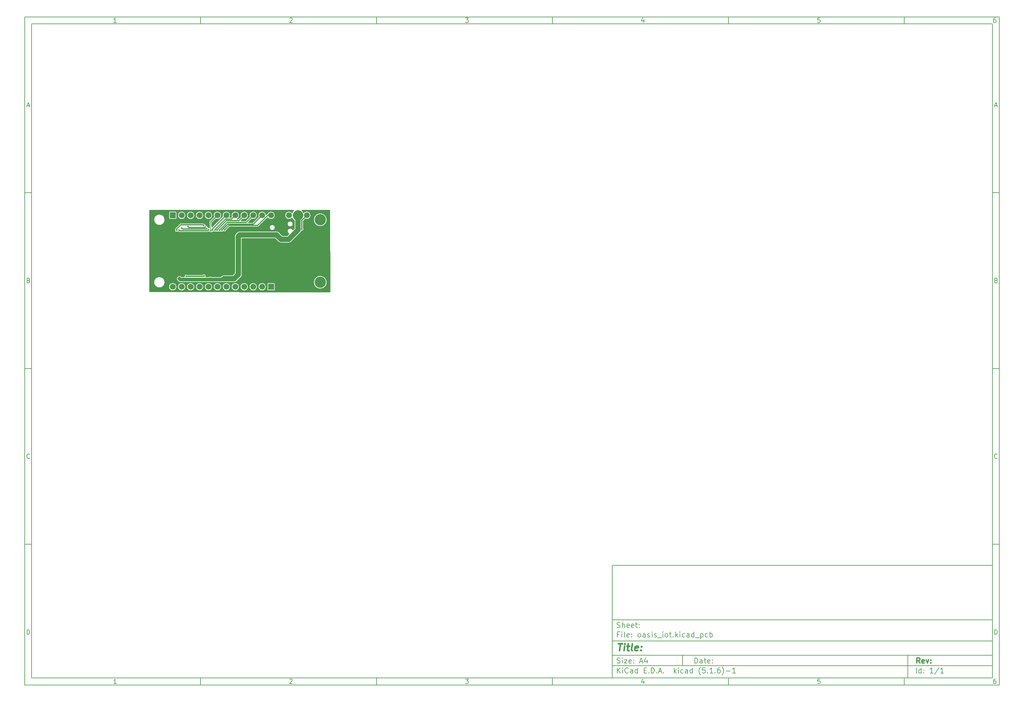
<source format=gbl>
G04 #@! TF.GenerationSoftware,KiCad,Pcbnew,(5.1.6)-1*
G04 #@! TF.CreationDate,2021-06-30T18:45:26-06:00*
G04 #@! TF.ProjectId,oasis_iot,6f617369-735f-4696-9f74-2e6b69636164,rev?*
G04 #@! TF.SameCoordinates,Original*
G04 #@! TF.FileFunction,Copper,L2,Bot*
G04 #@! TF.FilePolarity,Positive*
%FSLAX46Y46*%
G04 Gerber Fmt 4.6, Leading zero omitted, Abs format (unit mm)*
G04 Created by KiCad (PCBNEW (5.1.6)-1) date 2021-06-30 18:45:26*
%MOMM*%
%LPD*%
G01*
G04 APERTURE LIST*
%ADD10C,0.100000*%
%ADD11C,0.150000*%
%ADD12C,0.300000*%
%ADD13C,0.400000*%
G04 #@! TA.AperFunction,ComponentPad*
%ADD14C,1.676400*%
G04 #@! TD*
G04 #@! TA.AperFunction,ComponentPad*
%ADD15R,1.676400X1.676400*%
G04 #@! TD*
G04 #@! TA.AperFunction,ComponentPad*
%ADD16C,3.200000*%
G04 #@! TD*
G04 #@! TA.AperFunction,ViaPad*
%ADD17C,0.500000*%
G04 #@! TD*
G04 #@! TA.AperFunction,ViaPad*
%ADD18C,0.350000*%
G04 #@! TD*
G04 #@! TA.AperFunction,Conductor*
%ADD19C,0.300000*%
G04 #@! TD*
G04 #@! TA.AperFunction,Conductor*
%ADD20C,0.200000*%
G04 #@! TD*
G04 #@! TA.AperFunction,Conductor*
%ADD21C,3.000000*%
G04 #@! TD*
G04 #@! TA.AperFunction,Conductor*
%ADD22C,1.500000*%
G04 #@! TD*
G04 #@! TA.AperFunction,Conductor*
%ADD23C,1.000000*%
G04 #@! TD*
G04 APERTURE END LIST*
D10*
D11*
X177002200Y-166007200D02*
X177002200Y-198007200D01*
X285002200Y-198007200D01*
X285002200Y-166007200D01*
X177002200Y-166007200D01*
D10*
D11*
X10000000Y-10000000D02*
X10000000Y-200007200D01*
X287002200Y-200007200D01*
X287002200Y-10000000D01*
X10000000Y-10000000D01*
D10*
D11*
X12000000Y-12000000D02*
X12000000Y-198007200D01*
X285002200Y-198007200D01*
X285002200Y-12000000D01*
X12000000Y-12000000D01*
D10*
D11*
X60000000Y-12000000D02*
X60000000Y-10000000D01*
D10*
D11*
X110000000Y-12000000D02*
X110000000Y-10000000D01*
D10*
D11*
X160000000Y-12000000D02*
X160000000Y-10000000D01*
D10*
D11*
X210000000Y-12000000D02*
X210000000Y-10000000D01*
D10*
D11*
X260000000Y-12000000D02*
X260000000Y-10000000D01*
D10*
D11*
X36065476Y-11588095D02*
X35322619Y-11588095D01*
X35694047Y-11588095D02*
X35694047Y-10288095D01*
X35570238Y-10473809D01*
X35446428Y-10597619D01*
X35322619Y-10659523D01*
D10*
D11*
X85322619Y-10411904D02*
X85384523Y-10350000D01*
X85508333Y-10288095D01*
X85817857Y-10288095D01*
X85941666Y-10350000D01*
X86003571Y-10411904D01*
X86065476Y-10535714D01*
X86065476Y-10659523D01*
X86003571Y-10845238D01*
X85260714Y-11588095D01*
X86065476Y-11588095D01*
D10*
D11*
X135260714Y-10288095D02*
X136065476Y-10288095D01*
X135632142Y-10783333D01*
X135817857Y-10783333D01*
X135941666Y-10845238D01*
X136003571Y-10907142D01*
X136065476Y-11030952D01*
X136065476Y-11340476D01*
X136003571Y-11464285D01*
X135941666Y-11526190D01*
X135817857Y-11588095D01*
X135446428Y-11588095D01*
X135322619Y-11526190D01*
X135260714Y-11464285D01*
D10*
D11*
X185941666Y-10721428D02*
X185941666Y-11588095D01*
X185632142Y-10226190D02*
X185322619Y-11154761D01*
X186127380Y-11154761D01*
D10*
D11*
X236003571Y-10288095D02*
X235384523Y-10288095D01*
X235322619Y-10907142D01*
X235384523Y-10845238D01*
X235508333Y-10783333D01*
X235817857Y-10783333D01*
X235941666Y-10845238D01*
X236003571Y-10907142D01*
X236065476Y-11030952D01*
X236065476Y-11340476D01*
X236003571Y-11464285D01*
X235941666Y-11526190D01*
X235817857Y-11588095D01*
X235508333Y-11588095D01*
X235384523Y-11526190D01*
X235322619Y-11464285D01*
D10*
D11*
X285941666Y-10288095D02*
X285694047Y-10288095D01*
X285570238Y-10350000D01*
X285508333Y-10411904D01*
X285384523Y-10597619D01*
X285322619Y-10845238D01*
X285322619Y-11340476D01*
X285384523Y-11464285D01*
X285446428Y-11526190D01*
X285570238Y-11588095D01*
X285817857Y-11588095D01*
X285941666Y-11526190D01*
X286003571Y-11464285D01*
X286065476Y-11340476D01*
X286065476Y-11030952D01*
X286003571Y-10907142D01*
X285941666Y-10845238D01*
X285817857Y-10783333D01*
X285570238Y-10783333D01*
X285446428Y-10845238D01*
X285384523Y-10907142D01*
X285322619Y-11030952D01*
D10*
D11*
X60000000Y-198007200D02*
X60000000Y-200007200D01*
D10*
D11*
X110000000Y-198007200D02*
X110000000Y-200007200D01*
D10*
D11*
X160000000Y-198007200D02*
X160000000Y-200007200D01*
D10*
D11*
X210000000Y-198007200D02*
X210000000Y-200007200D01*
D10*
D11*
X260000000Y-198007200D02*
X260000000Y-200007200D01*
D10*
D11*
X36065476Y-199595295D02*
X35322619Y-199595295D01*
X35694047Y-199595295D02*
X35694047Y-198295295D01*
X35570238Y-198481009D01*
X35446428Y-198604819D01*
X35322619Y-198666723D01*
D10*
D11*
X85322619Y-198419104D02*
X85384523Y-198357200D01*
X85508333Y-198295295D01*
X85817857Y-198295295D01*
X85941666Y-198357200D01*
X86003571Y-198419104D01*
X86065476Y-198542914D01*
X86065476Y-198666723D01*
X86003571Y-198852438D01*
X85260714Y-199595295D01*
X86065476Y-199595295D01*
D10*
D11*
X135260714Y-198295295D02*
X136065476Y-198295295D01*
X135632142Y-198790533D01*
X135817857Y-198790533D01*
X135941666Y-198852438D01*
X136003571Y-198914342D01*
X136065476Y-199038152D01*
X136065476Y-199347676D01*
X136003571Y-199471485D01*
X135941666Y-199533390D01*
X135817857Y-199595295D01*
X135446428Y-199595295D01*
X135322619Y-199533390D01*
X135260714Y-199471485D01*
D10*
D11*
X185941666Y-198728628D02*
X185941666Y-199595295D01*
X185632142Y-198233390D02*
X185322619Y-199161961D01*
X186127380Y-199161961D01*
D10*
D11*
X236003571Y-198295295D02*
X235384523Y-198295295D01*
X235322619Y-198914342D01*
X235384523Y-198852438D01*
X235508333Y-198790533D01*
X235817857Y-198790533D01*
X235941666Y-198852438D01*
X236003571Y-198914342D01*
X236065476Y-199038152D01*
X236065476Y-199347676D01*
X236003571Y-199471485D01*
X235941666Y-199533390D01*
X235817857Y-199595295D01*
X235508333Y-199595295D01*
X235384523Y-199533390D01*
X235322619Y-199471485D01*
D10*
D11*
X285941666Y-198295295D02*
X285694047Y-198295295D01*
X285570238Y-198357200D01*
X285508333Y-198419104D01*
X285384523Y-198604819D01*
X285322619Y-198852438D01*
X285322619Y-199347676D01*
X285384523Y-199471485D01*
X285446428Y-199533390D01*
X285570238Y-199595295D01*
X285817857Y-199595295D01*
X285941666Y-199533390D01*
X286003571Y-199471485D01*
X286065476Y-199347676D01*
X286065476Y-199038152D01*
X286003571Y-198914342D01*
X285941666Y-198852438D01*
X285817857Y-198790533D01*
X285570238Y-198790533D01*
X285446428Y-198852438D01*
X285384523Y-198914342D01*
X285322619Y-199038152D01*
D10*
D11*
X10000000Y-60000000D02*
X12000000Y-60000000D01*
D10*
D11*
X10000000Y-110000000D02*
X12000000Y-110000000D01*
D10*
D11*
X10000000Y-160000000D02*
X12000000Y-160000000D01*
D10*
D11*
X10690476Y-35216666D02*
X11309523Y-35216666D01*
X10566666Y-35588095D02*
X11000000Y-34288095D01*
X11433333Y-35588095D01*
D10*
D11*
X11092857Y-84907142D02*
X11278571Y-84969047D01*
X11340476Y-85030952D01*
X11402380Y-85154761D01*
X11402380Y-85340476D01*
X11340476Y-85464285D01*
X11278571Y-85526190D01*
X11154761Y-85588095D01*
X10659523Y-85588095D01*
X10659523Y-84288095D01*
X11092857Y-84288095D01*
X11216666Y-84350000D01*
X11278571Y-84411904D01*
X11340476Y-84535714D01*
X11340476Y-84659523D01*
X11278571Y-84783333D01*
X11216666Y-84845238D01*
X11092857Y-84907142D01*
X10659523Y-84907142D01*
D10*
D11*
X11402380Y-135464285D02*
X11340476Y-135526190D01*
X11154761Y-135588095D01*
X11030952Y-135588095D01*
X10845238Y-135526190D01*
X10721428Y-135402380D01*
X10659523Y-135278571D01*
X10597619Y-135030952D01*
X10597619Y-134845238D01*
X10659523Y-134597619D01*
X10721428Y-134473809D01*
X10845238Y-134350000D01*
X11030952Y-134288095D01*
X11154761Y-134288095D01*
X11340476Y-134350000D01*
X11402380Y-134411904D01*
D10*
D11*
X10659523Y-185588095D02*
X10659523Y-184288095D01*
X10969047Y-184288095D01*
X11154761Y-184350000D01*
X11278571Y-184473809D01*
X11340476Y-184597619D01*
X11402380Y-184845238D01*
X11402380Y-185030952D01*
X11340476Y-185278571D01*
X11278571Y-185402380D01*
X11154761Y-185526190D01*
X10969047Y-185588095D01*
X10659523Y-185588095D01*
D10*
D11*
X287002200Y-60000000D02*
X285002200Y-60000000D01*
D10*
D11*
X287002200Y-110000000D02*
X285002200Y-110000000D01*
D10*
D11*
X287002200Y-160000000D02*
X285002200Y-160000000D01*
D10*
D11*
X285692676Y-35216666D02*
X286311723Y-35216666D01*
X285568866Y-35588095D02*
X286002200Y-34288095D01*
X286435533Y-35588095D01*
D10*
D11*
X286095057Y-84907142D02*
X286280771Y-84969047D01*
X286342676Y-85030952D01*
X286404580Y-85154761D01*
X286404580Y-85340476D01*
X286342676Y-85464285D01*
X286280771Y-85526190D01*
X286156961Y-85588095D01*
X285661723Y-85588095D01*
X285661723Y-84288095D01*
X286095057Y-84288095D01*
X286218866Y-84350000D01*
X286280771Y-84411904D01*
X286342676Y-84535714D01*
X286342676Y-84659523D01*
X286280771Y-84783333D01*
X286218866Y-84845238D01*
X286095057Y-84907142D01*
X285661723Y-84907142D01*
D10*
D11*
X286404580Y-135464285D02*
X286342676Y-135526190D01*
X286156961Y-135588095D01*
X286033152Y-135588095D01*
X285847438Y-135526190D01*
X285723628Y-135402380D01*
X285661723Y-135278571D01*
X285599819Y-135030952D01*
X285599819Y-134845238D01*
X285661723Y-134597619D01*
X285723628Y-134473809D01*
X285847438Y-134350000D01*
X286033152Y-134288095D01*
X286156961Y-134288095D01*
X286342676Y-134350000D01*
X286404580Y-134411904D01*
D10*
D11*
X285661723Y-185588095D02*
X285661723Y-184288095D01*
X285971247Y-184288095D01*
X286156961Y-184350000D01*
X286280771Y-184473809D01*
X286342676Y-184597619D01*
X286404580Y-184845238D01*
X286404580Y-185030952D01*
X286342676Y-185278571D01*
X286280771Y-185402380D01*
X286156961Y-185526190D01*
X285971247Y-185588095D01*
X285661723Y-185588095D01*
D10*
D11*
X200434342Y-193785771D02*
X200434342Y-192285771D01*
X200791485Y-192285771D01*
X201005771Y-192357200D01*
X201148628Y-192500057D01*
X201220057Y-192642914D01*
X201291485Y-192928628D01*
X201291485Y-193142914D01*
X201220057Y-193428628D01*
X201148628Y-193571485D01*
X201005771Y-193714342D01*
X200791485Y-193785771D01*
X200434342Y-193785771D01*
X202577200Y-193785771D02*
X202577200Y-193000057D01*
X202505771Y-192857200D01*
X202362914Y-192785771D01*
X202077200Y-192785771D01*
X201934342Y-192857200D01*
X202577200Y-193714342D02*
X202434342Y-193785771D01*
X202077200Y-193785771D01*
X201934342Y-193714342D01*
X201862914Y-193571485D01*
X201862914Y-193428628D01*
X201934342Y-193285771D01*
X202077200Y-193214342D01*
X202434342Y-193214342D01*
X202577200Y-193142914D01*
X203077200Y-192785771D02*
X203648628Y-192785771D01*
X203291485Y-192285771D02*
X203291485Y-193571485D01*
X203362914Y-193714342D01*
X203505771Y-193785771D01*
X203648628Y-193785771D01*
X204720057Y-193714342D02*
X204577200Y-193785771D01*
X204291485Y-193785771D01*
X204148628Y-193714342D01*
X204077200Y-193571485D01*
X204077200Y-193000057D01*
X204148628Y-192857200D01*
X204291485Y-192785771D01*
X204577200Y-192785771D01*
X204720057Y-192857200D01*
X204791485Y-193000057D01*
X204791485Y-193142914D01*
X204077200Y-193285771D01*
X205434342Y-193642914D02*
X205505771Y-193714342D01*
X205434342Y-193785771D01*
X205362914Y-193714342D01*
X205434342Y-193642914D01*
X205434342Y-193785771D01*
X205434342Y-192857200D02*
X205505771Y-192928628D01*
X205434342Y-193000057D01*
X205362914Y-192928628D01*
X205434342Y-192857200D01*
X205434342Y-193000057D01*
D10*
D11*
X177002200Y-194507200D02*
X285002200Y-194507200D01*
D10*
D11*
X178434342Y-196585771D02*
X178434342Y-195085771D01*
X179291485Y-196585771D02*
X178648628Y-195728628D01*
X179291485Y-195085771D02*
X178434342Y-195942914D01*
X179934342Y-196585771D02*
X179934342Y-195585771D01*
X179934342Y-195085771D02*
X179862914Y-195157200D01*
X179934342Y-195228628D01*
X180005771Y-195157200D01*
X179934342Y-195085771D01*
X179934342Y-195228628D01*
X181505771Y-196442914D02*
X181434342Y-196514342D01*
X181220057Y-196585771D01*
X181077200Y-196585771D01*
X180862914Y-196514342D01*
X180720057Y-196371485D01*
X180648628Y-196228628D01*
X180577200Y-195942914D01*
X180577200Y-195728628D01*
X180648628Y-195442914D01*
X180720057Y-195300057D01*
X180862914Y-195157200D01*
X181077200Y-195085771D01*
X181220057Y-195085771D01*
X181434342Y-195157200D01*
X181505771Y-195228628D01*
X182791485Y-196585771D02*
X182791485Y-195800057D01*
X182720057Y-195657200D01*
X182577200Y-195585771D01*
X182291485Y-195585771D01*
X182148628Y-195657200D01*
X182791485Y-196514342D02*
X182648628Y-196585771D01*
X182291485Y-196585771D01*
X182148628Y-196514342D01*
X182077200Y-196371485D01*
X182077200Y-196228628D01*
X182148628Y-196085771D01*
X182291485Y-196014342D01*
X182648628Y-196014342D01*
X182791485Y-195942914D01*
X184148628Y-196585771D02*
X184148628Y-195085771D01*
X184148628Y-196514342D02*
X184005771Y-196585771D01*
X183720057Y-196585771D01*
X183577200Y-196514342D01*
X183505771Y-196442914D01*
X183434342Y-196300057D01*
X183434342Y-195871485D01*
X183505771Y-195728628D01*
X183577200Y-195657200D01*
X183720057Y-195585771D01*
X184005771Y-195585771D01*
X184148628Y-195657200D01*
X186005771Y-195800057D02*
X186505771Y-195800057D01*
X186720057Y-196585771D02*
X186005771Y-196585771D01*
X186005771Y-195085771D01*
X186720057Y-195085771D01*
X187362914Y-196442914D02*
X187434342Y-196514342D01*
X187362914Y-196585771D01*
X187291485Y-196514342D01*
X187362914Y-196442914D01*
X187362914Y-196585771D01*
X188077200Y-196585771D02*
X188077200Y-195085771D01*
X188434342Y-195085771D01*
X188648628Y-195157200D01*
X188791485Y-195300057D01*
X188862914Y-195442914D01*
X188934342Y-195728628D01*
X188934342Y-195942914D01*
X188862914Y-196228628D01*
X188791485Y-196371485D01*
X188648628Y-196514342D01*
X188434342Y-196585771D01*
X188077200Y-196585771D01*
X189577200Y-196442914D02*
X189648628Y-196514342D01*
X189577200Y-196585771D01*
X189505771Y-196514342D01*
X189577200Y-196442914D01*
X189577200Y-196585771D01*
X190220057Y-196157200D02*
X190934342Y-196157200D01*
X190077200Y-196585771D02*
X190577200Y-195085771D01*
X191077200Y-196585771D01*
X191577200Y-196442914D02*
X191648628Y-196514342D01*
X191577200Y-196585771D01*
X191505771Y-196514342D01*
X191577200Y-196442914D01*
X191577200Y-196585771D01*
X194577200Y-196585771D02*
X194577200Y-195085771D01*
X194720057Y-196014342D02*
X195148628Y-196585771D01*
X195148628Y-195585771D02*
X194577200Y-196157200D01*
X195791485Y-196585771D02*
X195791485Y-195585771D01*
X195791485Y-195085771D02*
X195720057Y-195157200D01*
X195791485Y-195228628D01*
X195862914Y-195157200D01*
X195791485Y-195085771D01*
X195791485Y-195228628D01*
X197148628Y-196514342D02*
X197005771Y-196585771D01*
X196720057Y-196585771D01*
X196577200Y-196514342D01*
X196505771Y-196442914D01*
X196434342Y-196300057D01*
X196434342Y-195871485D01*
X196505771Y-195728628D01*
X196577200Y-195657200D01*
X196720057Y-195585771D01*
X197005771Y-195585771D01*
X197148628Y-195657200D01*
X198434342Y-196585771D02*
X198434342Y-195800057D01*
X198362914Y-195657200D01*
X198220057Y-195585771D01*
X197934342Y-195585771D01*
X197791485Y-195657200D01*
X198434342Y-196514342D02*
X198291485Y-196585771D01*
X197934342Y-196585771D01*
X197791485Y-196514342D01*
X197720057Y-196371485D01*
X197720057Y-196228628D01*
X197791485Y-196085771D01*
X197934342Y-196014342D01*
X198291485Y-196014342D01*
X198434342Y-195942914D01*
X199791485Y-196585771D02*
X199791485Y-195085771D01*
X199791485Y-196514342D02*
X199648628Y-196585771D01*
X199362914Y-196585771D01*
X199220057Y-196514342D01*
X199148628Y-196442914D01*
X199077200Y-196300057D01*
X199077200Y-195871485D01*
X199148628Y-195728628D01*
X199220057Y-195657200D01*
X199362914Y-195585771D01*
X199648628Y-195585771D01*
X199791485Y-195657200D01*
X202077200Y-197157200D02*
X202005771Y-197085771D01*
X201862914Y-196871485D01*
X201791485Y-196728628D01*
X201720057Y-196514342D01*
X201648628Y-196157200D01*
X201648628Y-195871485D01*
X201720057Y-195514342D01*
X201791485Y-195300057D01*
X201862914Y-195157200D01*
X202005771Y-194942914D01*
X202077200Y-194871485D01*
X203362914Y-195085771D02*
X202648628Y-195085771D01*
X202577200Y-195800057D01*
X202648628Y-195728628D01*
X202791485Y-195657200D01*
X203148628Y-195657200D01*
X203291485Y-195728628D01*
X203362914Y-195800057D01*
X203434342Y-195942914D01*
X203434342Y-196300057D01*
X203362914Y-196442914D01*
X203291485Y-196514342D01*
X203148628Y-196585771D01*
X202791485Y-196585771D01*
X202648628Y-196514342D01*
X202577200Y-196442914D01*
X204077200Y-196442914D02*
X204148628Y-196514342D01*
X204077200Y-196585771D01*
X204005771Y-196514342D01*
X204077200Y-196442914D01*
X204077200Y-196585771D01*
X205577200Y-196585771D02*
X204720057Y-196585771D01*
X205148628Y-196585771D02*
X205148628Y-195085771D01*
X205005771Y-195300057D01*
X204862914Y-195442914D01*
X204720057Y-195514342D01*
X206220057Y-196442914D02*
X206291485Y-196514342D01*
X206220057Y-196585771D01*
X206148628Y-196514342D01*
X206220057Y-196442914D01*
X206220057Y-196585771D01*
X207577200Y-195085771D02*
X207291485Y-195085771D01*
X207148628Y-195157200D01*
X207077200Y-195228628D01*
X206934342Y-195442914D01*
X206862914Y-195728628D01*
X206862914Y-196300057D01*
X206934342Y-196442914D01*
X207005771Y-196514342D01*
X207148628Y-196585771D01*
X207434342Y-196585771D01*
X207577200Y-196514342D01*
X207648628Y-196442914D01*
X207720057Y-196300057D01*
X207720057Y-195942914D01*
X207648628Y-195800057D01*
X207577200Y-195728628D01*
X207434342Y-195657200D01*
X207148628Y-195657200D01*
X207005771Y-195728628D01*
X206934342Y-195800057D01*
X206862914Y-195942914D01*
X208220057Y-197157200D02*
X208291485Y-197085771D01*
X208434342Y-196871485D01*
X208505771Y-196728628D01*
X208577200Y-196514342D01*
X208648628Y-196157200D01*
X208648628Y-195871485D01*
X208577200Y-195514342D01*
X208505771Y-195300057D01*
X208434342Y-195157200D01*
X208291485Y-194942914D01*
X208220057Y-194871485D01*
X209362914Y-196014342D02*
X210505771Y-196014342D01*
X212005771Y-196585771D02*
X211148628Y-196585771D01*
X211577200Y-196585771D02*
X211577200Y-195085771D01*
X211434342Y-195300057D01*
X211291485Y-195442914D01*
X211148628Y-195514342D01*
D10*
D11*
X177002200Y-191507200D02*
X285002200Y-191507200D01*
D10*
D12*
X264411485Y-193785771D02*
X263911485Y-193071485D01*
X263554342Y-193785771D02*
X263554342Y-192285771D01*
X264125771Y-192285771D01*
X264268628Y-192357200D01*
X264340057Y-192428628D01*
X264411485Y-192571485D01*
X264411485Y-192785771D01*
X264340057Y-192928628D01*
X264268628Y-193000057D01*
X264125771Y-193071485D01*
X263554342Y-193071485D01*
X265625771Y-193714342D02*
X265482914Y-193785771D01*
X265197200Y-193785771D01*
X265054342Y-193714342D01*
X264982914Y-193571485D01*
X264982914Y-193000057D01*
X265054342Y-192857200D01*
X265197200Y-192785771D01*
X265482914Y-192785771D01*
X265625771Y-192857200D01*
X265697200Y-193000057D01*
X265697200Y-193142914D01*
X264982914Y-193285771D01*
X266197200Y-192785771D02*
X266554342Y-193785771D01*
X266911485Y-192785771D01*
X267482914Y-193642914D02*
X267554342Y-193714342D01*
X267482914Y-193785771D01*
X267411485Y-193714342D01*
X267482914Y-193642914D01*
X267482914Y-193785771D01*
X267482914Y-192857200D02*
X267554342Y-192928628D01*
X267482914Y-193000057D01*
X267411485Y-192928628D01*
X267482914Y-192857200D01*
X267482914Y-193000057D01*
D10*
D11*
X178362914Y-193714342D02*
X178577200Y-193785771D01*
X178934342Y-193785771D01*
X179077200Y-193714342D01*
X179148628Y-193642914D01*
X179220057Y-193500057D01*
X179220057Y-193357200D01*
X179148628Y-193214342D01*
X179077200Y-193142914D01*
X178934342Y-193071485D01*
X178648628Y-193000057D01*
X178505771Y-192928628D01*
X178434342Y-192857200D01*
X178362914Y-192714342D01*
X178362914Y-192571485D01*
X178434342Y-192428628D01*
X178505771Y-192357200D01*
X178648628Y-192285771D01*
X179005771Y-192285771D01*
X179220057Y-192357200D01*
X179862914Y-193785771D02*
X179862914Y-192785771D01*
X179862914Y-192285771D02*
X179791485Y-192357200D01*
X179862914Y-192428628D01*
X179934342Y-192357200D01*
X179862914Y-192285771D01*
X179862914Y-192428628D01*
X180434342Y-192785771D02*
X181220057Y-192785771D01*
X180434342Y-193785771D01*
X181220057Y-193785771D01*
X182362914Y-193714342D02*
X182220057Y-193785771D01*
X181934342Y-193785771D01*
X181791485Y-193714342D01*
X181720057Y-193571485D01*
X181720057Y-193000057D01*
X181791485Y-192857200D01*
X181934342Y-192785771D01*
X182220057Y-192785771D01*
X182362914Y-192857200D01*
X182434342Y-193000057D01*
X182434342Y-193142914D01*
X181720057Y-193285771D01*
X183077200Y-193642914D02*
X183148628Y-193714342D01*
X183077200Y-193785771D01*
X183005771Y-193714342D01*
X183077200Y-193642914D01*
X183077200Y-193785771D01*
X183077200Y-192857200D02*
X183148628Y-192928628D01*
X183077200Y-193000057D01*
X183005771Y-192928628D01*
X183077200Y-192857200D01*
X183077200Y-193000057D01*
X184862914Y-193357200D02*
X185577200Y-193357200D01*
X184720057Y-193785771D02*
X185220057Y-192285771D01*
X185720057Y-193785771D01*
X186862914Y-192785771D02*
X186862914Y-193785771D01*
X186505771Y-192214342D02*
X186148628Y-193285771D01*
X187077200Y-193285771D01*
D10*
D11*
X263434342Y-196585771D02*
X263434342Y-195085771D01*
X264791485Y-196585771D02*
X264791485Y-195085771D01*
X264791485Y-196514342D02*
X264648628Y-196585771D01*
X264362914Y-196585771D01*
X264220057Y-196514342D01*
X264148628Y-196442914D01*
X264077200Y-196300057D01*
X264077200Y-195871485D01*
X264148628Y-195728628D01*
X264220057Y-195657200D01*
X264362914Y-195585771D01*
X264648628Y-195585771D01*
X264791485Y-195657200D01*
X265505771Y-196442914D02*
X265577200Y-196514342D01*
X265505771Y-196585771D01*
X265434342Y-196514342D01*
X265505771Y-196442914D01*
X265505771Y-196585771D01*
X265505771Y-195657200D02*
X265577200Y-195728628D01*
X265505771Y-195800057D01*
X265434342Y-195728628D01*
X265505771Y-195657200D01*
X265505771Y-195800057D01*
X268148628Y-196585771D02*
X267291485Y-196585771D01*
X267720057Y-196585771D02*
X267720057Y-195085771D01*
X267577200Y-195300057D01*
X267434342Y-195442914D01*
X267291485Y-195514342D01*
X269862914Y-195014342D02*
X268577200Y-196942914D01*
X271148628Y-196585771D02*
X270291485Y-196585771D01*
X270720057Y-196585771D02*
X270720057Y-195085771D01*
X270577200Y-195300057D01*
X270434342Y-195442914D01*
X270291485Y-195514342D01*
D10*
D11*
X177002200Y-187507200D02*
X285002200Y-187507200D01*
D10*
D13*
X178714580Y-188211961D02*
X179857438Y-188211961D01*
X179036009Y-190211961D02*
X179286009Y-188211961D01*
X180274104Y-190211961D02*
X180440771Y-188878628D01*
X180524104Y-188211961D02*
X180416961Y-188307200D01*
X180500295Y-188402438D01*
X180607438Y-188307200D01*
X180524104Y-188211961D01*
X180500295Y-188402438D01*
X181107438Y-188878628D02*
X181869342Y-188878628D01*
X181476485Y-188211961D02*
X181262200Y-189926247D01*
X181333628Y-190116723D01*
X181512200Y-190211961D01*
X181702676Y-190211961D01*
X182655057Y-190211961D02*
X182476485Y-190116723D01*
X182405057Y-189926247D01*
X182619342Y-188211961D01*
X184190771Y-190116723D02*
X183988390Y-190211961D01*
X183607438Y-190211961D01*
X183428866Y-190116723D01*
X183357438Y-189926247D01*
X183452676Y-189164342D01*
X183571723Y-188973866D01*
X183774104Y-188878628D01*
X184155057Y-188878628D01*
X184333628Y-188973866D01*
X184405057Y-189164342D01*
X184381247Y-189354819D01*
X183405057Y-189545295D01*
X185155057Y-190021485D02*
X185238390Y-190116723D01*
X185131247Y-190211961D01*
X185047914Y-190116723D01*
X185155057Y-190021485D01*
X185131247Y-190211961D01*
X185286009Y-188973866D02*
X185369342Y-189069104D01*
X185262200Y-189164342D01*
X185178866Y-189069104D01*
X185286009Y-188973866D01*
X185262200Y-189164342D01*
D10*
D11*
X178934342Y-185600057D02*
X178434342Y-185600057D01*
X178434342Y-186385771D02*
X178434342Y-184885771D01*
X179148628Y-184885771D01*
X179720057Y-186385771D02*
X179720057Y-185385771D01*
X179720057Y-184885771D02*
X179648628Y-184957200D01*
X179720057Y-185028628D01*
X179791485Y-184957200D01*
X179720057Y-184885771D01*
X179720057Y-185028628D01*
X180648628Y-186385771D02*
X180505771Y-186314342D01*
X180434342Y-186171485D01*
X180434342Y-184885771D01*
X181791485Y-186314342D02*
X181648628Y-186385771D01*
X181362914Y-186385771D01*
X181220057Y-186314342D01*
X181148628Y-186171485D01*
X181148628Y-185600057D01*
X181220057Y-185457200D01*
X181362914Y-185385771D01*
X181648628Y-185385771D01*
X181791485Y-185457200D01*
X181862914Y-185600057D01*
X181862914Y-185742914D01*
X181148628Y-185885771D01*
X182505771Y-186242914D02*
X182577200Y-186314342D01*
X182505771Y-186385771D01*
X182434342Y-186314342D01*
X182505771Y-186242914D01*
X182505771Y-186385771D01*
X182505771Y-185457200D02*
X182577200Y-185528628D01*
X182505771Y-185600057D01*
X182434342Y-185528628D01*
X182505771Y-185457200D01*
X182505771Y-185600057D01*
X184577200Y-186385771D02*
X184434342Y-186314342D01*
X184362914Y-186242914D01*
X184291485Y-186100057D01*
X184291485Y-185671485D01*
X184362914Y-185528628D01*
X184434342Y-185457200D01*
X184577200Y-185385771D01*
X184791485Y-185385771D01*
X184934342Y-185457200D01*
X185005771Y-185528628D01*
X185077200Y-185671485D01*
X185077200Y-186100057D01*
X185005771Y-186242914D01*
X184934342Y-186314342D01*
X184791485Y-186385771D01*
X184577200Y-186385771D01*
X186362914Y-186385771D02*
X186362914Y-185600057D01*
X186291485Y-185457200D01*
X186148628Y-185385771D01*
X185862914Y-185385771D01*
X185720057Y-185457200D01*
X186362914Y-186314342D02*
X186220057Y-186385771D01*
X185862914Y-186385771D01*
X185720057Y-186314342D01*
X185648628Y-186171485D01*
X185648628Y-186028628D01*
X185720057Y-185885771D01*
X185862914Y-185814342D01*
X186220057Y-185814342D01*
X186362914Y-185742914D01*
X187005771Y-186314342D02*
X187148628Y-186385771D01*
X187434342Y-186385771D01*
X187577200Y-186314342D01*
X187648628Y-186171485D01*
X187648628Y-186100057D01*
X187577200Y-185957200D01*
X187434342Y-185885771D01*
X187220057Y-185885771D01*
X187077200Y-185814342D01*
X187005771Y-185671485D01*
X187005771Y-185600057D01*
X187077200Y-185457200D01*
X187220057Y-185385771D01*
X187434342Y-185385771D01*
X187577200Y-185457200D01*
X188291485Y-186385771D02*
X188291485Y-185385771D01*
X188291485Y-184885771D02*
X188220057Y-184957200D01*
X188291485Y-185028628D01*
X188362914Y-184957200D01*
X188291485Y-184885771D01*
X188291485Y-185028628D01*
X188934342Y-186314342D02*
X189077200Y-186385771D01*
X189362914Y-186385771D01*
X189505771Y-186314342D01*
X189577200Y-186171485D01*
X189577200Y-186100057D01*
X189505771Y-185957200D01*
X189362914Y-185885771D01*
X189148628Y-185885771D01*
X189005771Y-185814342D01*
X188934342Y-185671485D01*
X188934342Y-185600057D01*
X189005771Y-185457200D01*
X189148628Y-185385771D01*
X189362914Y-185385771D01*
X189505771Y-185457200D01*
X189862914Y-186528628D02*
X191005771Y-186528628D01*
X191362914Y-186385771D02*
X191362914Y-185385771D01*
X191362914Y-184885771D02*
X191291485Y-184957200D01*
X191362914Y-185028628D01*
X191434342Y-184957200D01*
X191362914Y-184885771D01*
X191362914Y-185028628D01*
X192291485Y-186385771D02*
X192148628Y-186314342D01*
X192077200Y-186242914D01*
X192005771Y-186100057D01*
X192005771Y-185671485D01*
X192077200Y-185528628D01*
X192148628Y-185457200D01*
X192291485Y-185385771D01*
X192505771Y-185385771D01*
X192648628Y-185457200D01*
X192720057Y-185528628D01*
X192791485Y-185671485D01*
X192791485Y-186100057D01*
X192720057Y-186242914D01*
X192648628Y-186314342D01*
X192505771Y-186385771D01*
X192291485Y-186385771D01*
X193220057Y-185385771D02*
X193791485Y-185385771D01*
X193434342Y-184885771D02*
X193434342Y-186171485D01*
X193505771Y-186314342D01*
X193648628Y-186385771D01*
X193791485Y-186385771D01*
X194291485Y-186242914D02*
X194362914Y-186314342D01*
X194291485Y-186385771D01*
X194220057Y-186314342D01*
X194291485Y-186242914D01*
X194291485Y-186385771D01*
X195005771Y-186385771D02*
X195005771Y-184885771D01*
X195148628Y-185814342D02*
X195577200Y-186385771D01*
X195577200Y-185385771D02*
X195005771Y-185957200D01*
X196220057Y-186385771D02*
X196220057Y-185385771D01*
X196220057Y-184885771D02*
X196148628Y-184957200D01*
X196220057Y-185028628D01*
X196291485Y-184957200D01*
X196220057Y-184885771D01*
X196220057Y-185028628D01*
X197577200Y-186314342D02*
X197434342Y-186385771D01*
X197148628Y-186385771D01*
X197005771Y-186314342D01*
X196934342Y-186242914D01*
X196862914Y-186100057D01*
X196862914Y-185671485D01*
X196934342Y-185528628D01*
X197005771Y-185457200D01*
X197148628Y-185385771D01*
X197434342Y-185385771D01*
X197577200Y-185457200D01*
X198862914Y-186385771D02*
X198862914Y-185600057D01*
X198791485Y-185457200D01*
X198648628Y-185385771D01*
X198362914Y-185385771D01*
X198220057Y-185457200D01*
X198862914Y-186314342D02*
X198720057Y-186385771D01*
X198362914Y-186385771D01*
X198220057Y-186314342D01*
X198148628Y-186171485D01*
X198148628Y-186028628D01*
X198220057Y-185885771D01*
X198362914Y-185814342D01*
X198720057Y-185814342D01*
X198862914Y-185742914D01*
X200220057Y-186385771D02*
X200220057Y-184885771D01*
X200220057Y-186314342D02*
X200077200Y-186385771D01*
X199791485Y-186385771D01*
X199648628Y-186314342D01*
X199577200Y-186242914D01*
X199505771Y-186100057D01*
X199505771Y-185671485D01*
X199577200Y-185528628D01*
X199648628Y-185457200D01*
X199791485Y-185385771D01*
X200077200Y-185385771D01*
X200220057Y-185457200D01*
X200577200Y-186528628D02*
X201720057Y-186528628D01*
X202077200Y-185385771D02*
X202077200Y-186885771D01*
X202077200Y-185457200D02*
X202220057Y-185385771D01*
X202505771Y-185385771D01*
X202648628Y-185457200D01*
X202720057Y-185528628D01*
X202791485Y-185671485D01*
X202791485Y-186100057D01*
X202720057Y-186242914D01*
X202648628Y-186314342D01*
X202505771Y-186385771D01*
X202220057Y-186385771D01*
X202077200Y-186314342D01*
X204077200Y-186314342D02*
X203934342Y-186385771D01*
X203648628Y-186385771D01*
X203505771Y-186314342D01*
X203434342Y-186242914D01*
X203362914Y-186100057D01*
X203362914Y-185671485D01*
X203434342Y-185528628D01*
X203505771Y-185457200D01*
X203648628Y-185385771D01*
X203934342Y-185385771D01*
X204077200Y-185457200D01*
X204720057Y-186385771D02*
X204720057Y-184885771D01*
X204720057Y-185457200D02*
X204862914Y-185385771D01*
X205148628Y-185385771D01*
X205291485Y-185457200D01*
X205362914Y-185528628D01*
X205434342Y-185671485D01*
X205434342Y-186100057D01*
X205362914Y-186242914D01*
X205291485Y-186314342D01*
X205148628Y-186385771D01*
X204862914Y-186385771D01*
X204720057Y-186314342D01*
D10*
D11*
X177002200Y-181507200D02*
X285002200Y-181507200D01*
D10*
D11*
X178362914Y-183614342D02*
X178577200Y-183685771D01*
X178934342Y-183685771D01*
X179077200Y-183614342D01*
X179148628Y-183542914D01*
X179220057Y-183400057D01*
X179220057Y-183257200D01*
X179148628Y-183114342D01*
X179077200Y-183042914D01*
X178934342Y-182971485D01*
X178648628Y-182900057D01*
X178505771Y-182828628D01*
X178434342Y-182757200D01*
X178362914Y-182614342D01*
X178362914Y-182471485D01*
X178434342Y-182328628D01*
X178505771Y-182257200D01*
X178648628Y-182185771D01*
X179005771Y-182185771D01*
X179220057Y-182257200D01*
X179862914Y-183685771D02*
X179862914Y-182185771D01*
X180505771Y-183685771D02*
X180505771Y-182900057D01*
X180434342Y-182757200D01*
X180291485Y-182685771D01*
X180077200Y-182685771D01*
X179934342Y-182757200D01*
X179862914Y-182828628D01*
X181791485Y-183614342D02*
X181648628Y-183685771D01*
X181362914Y-183685771D01*
X181220057Y-183614342D01*
X181148628Y-183471485D01*
X181148628Y-182900057D01*
X181220057Y-182757200D01*
X181362914Y-182685771D01*
X181648628Y-182685771D01*
X181791485Y-182757200D01*
X181862914Y-182900057D01*
X181862914Y-183042914D01*
X181148628Y-183185771D01*
X183077200Y-183614342D02*
X182934342Y-183685771D01*
X182648628Y-183685771D01*
X182505771Y-183614342D01*
X182434342Y-183471485D01*
X182434342Y-182900057D01*
X182505771Y-182757200D01*
X182648628Y-182685771D01*
X182934342Y-182685771D01*
X183077200Y-182757200D01*
X183148628Y-182900057D01*
X183148628Y-183042914D01*
X182434342Y-183185771D01*
X183577200Y-182685771D02*
X184148628Y-182685771D01*
X183791485Y-182185771D02*
X183791485Y-183471485D01*
X183862914Y-183614342D01*
X184005771Y-183685771D01*
X184148628Y-183685771D01*
X184648628Y-183542914D02*
X184720057Y-183614342D01*
X184648628Y-183685771D01*
X184577200Y-183614342D01*
X184648628Y-183542914D01*
X184648628Y-183685771D01*
X184648628Y-182757200D02*
X184720057Y-182828628D01*
X184648628Y-182900057D01*
X184577200Y-182828628D01*
X184648628Y-182757200D01*
X184648628Y-182900057D01*
D10*
D11*
X197002200Y-191507200D02*
X197002200Y-194507200D01*
D10*
D11*
X261002200Y-191507200D02*
X261002200Y-198007200D01*
D14*
X52080000Y-86750000D03*
D15*
X80020000Y-86750000D03*
D14*
X77480000Y-86750000D03*
X74940000Y-86750000D03*
X72400000Y-86750000D03*
X54620000Y-86750000D03*
X57160000Y-86750000D03*
X59700000Y-86750000D03*
X62240000Y-86750000D03*
X64780000Y-86750000D03*
X67320000Y-86750000D03*
X69860000Y-86750000D03*
D16*
X93990000Y-85480000D03*
X93990000Y-67700000D03*
D14*
X90180000Y-66430000D03*
D15*
X52080000Y-66430000D03*
D14*
X57160000Y-66430000D03*
X54620000Y-66430000D03*
X59700000Y-66430000D03*
X87640000Y-66430000D03*
X85100000Y-66430000D03*
X82560000Y-66430000D03*
X64780000Y-66430000D03*
X62240000Y-66430000D03*
X67320000Y-66430000D03*
X80020000Y-66430000D03*
X77480000Y-66430000D03*
X74940000Y-66430000D03*
X69860000Y-66430000D03*
X72400000Y-66430000D03*
D17*
X62281781Y-70566240D03*
X53889194Y-70619194D03*
X61334360Y-69758350D03*
X56430000Y-69590010D03*
X54620000Y-70020000D03*
X61775148Y-70194852D03*
D18*
X51769200Y-75695300D03*
D17*
X56200000Y-83170000D03*
X58350000Y-83140000D03*
X87664000Y-72540000D03*
X89614000Y-72740000D03*
X68820000Y-83130000D03*
D18*
X58389200Y-81815300D03*
X67509200Y-79695300D03*
X67509200Y-77695300D03*
X67509200Y-75195300D03*
X67509200Y-73695300D03*
X67509200Y-71575300D03*
X64389200Y-71575300D03*
X62400000Y-71575300D03*
X59889200Y-71575300D03*
X57389200Y-71575300D03*
X55889200Y-71575300D03*
X54389200Y-71575300D03*
X52889200Y-71575300D03*
X51769200Y-71575300D03*
X51769200Y-73695300D03*
X51769200Y-76695300D03*
X51769200Y-77195300D03*
X51769200Y-78195300D03*
X51769200Y-78695300D03*
X51769200Y-81815300D03*
X52889200Y-81815300D03*
X53389200Y-81815300D03*
X53889200Y-81815300D03*
X54389200Y-81815300D03*
X54889200Y-81815300D03*
X55389200Y-81815300D03*
X55890000Y-81815300D03*
X56389200Y-81815300D03*
X56889200Y-81815300D03*
X60889200Y-81815300D03*
X62889200Y-81815300D03*
X64889200Y-81815300D03*
X67509200Y-81815300D03*
D17*
X66401200Y-73495300D03*
X66401200Y-75095300D03*
X66401200Y-76695300D03*
X66401200Y-78295300D03*
X66401200Y-79895300D03*
X64639200Y-73495300D03*
X64639200Y-75095300D03*
X64639200Y-79895300D03*
X64639200Y-78295300D03*
X64639200Y-76695300D03*
X62639200Y-73495300D03*
X62639200Y-75095300D03*
X62639200Y-79895300D03*
X62639200Y-78295300D03*
X62639200Y-76695300D03*
X60639200Y-73495300D03*
X60639200Y-75095300D03*
X60639200Y-79895300D03*
X60639200Y-78295300D03*
X60639200Y-76695300D03*
X58639200Y-73495300D03*
X58639200Y-75095300D03*
X58639200Y-79895300D03*
X58639200Y-78295300D03*
X58639200Y-76695300D03*
X56639200Y-73495300D03*
X56639200Y-75095300D03*
X56639200Y-79895300D03*
X56639200Y-78295300D03*
X56639200Y-76695300D03*
X54639200Y-73495300D03*
X54639200Y-75095300D03*
X54639200Y-79895300D03*
X54639200Y-78295300D03*
X54639200Y-76695300D03*
X52877200Y-73495300D03*
X52877200Y-75095300D03*
X52877200Y-79895300D03*
X52877200Y-78295300D03*
X52877200Y-76695300D03*
D18*
X61639200Y-76695300D03*
X61639200Y-75095300D03*
X61639200Y-79895300D03*
X61639200Y-73495300D03*
X61639200Y-78295300D03*
X63639200Y-76695300D03*
X63639200Y-78295300D03*
X63639200Y-75095300D03*
X63639200Y-73495300D03*
X63639200Y-79895300D03*
X65639200Y-79895300D03*
X65639200Y-76695300D03*
X65639200Y-78295300D03*
X65639200Y-75095300D03*
X65639200Y-73495300D03*
X59639200Y-76695300D03*
X59639200Y-78295300D03*
X59639200Y-75095300D03*
X59639200Y-73495300D03*
X59639200Y-79895300D03*
X57639200Y-79895300D03*
X57639200Y-73495300D03*
X57639200Y-75095300D03*
X57639200Y-78295300D03*
X57639200Y-76695300D03*
X55639200Y-79895300D03*
X55639200Y-73495300D03*
X55639200Y-75095300D03*
X55639200Y-78295300D03*
X55639200Y-76695300D03*
X53639200Y-79895300D03*
X53639200Y-78295300D03*
X53639200Y-76695300D03*
X53639200Y-75095300D03*
X53639200Y-73495300D03*
D17*
X68534700Y-81815300D03*
X69370000Y-81990000D03*
X57510000Y-82960000D03*
X56940000Y-82650000D03*
X80240000Y-68060000D03*
X83680000Y-68510000D03*
D18*
X53210000Y-85660000D03*
X51970000Y-85420000D03*
X50670000Y-85910000D03*
X73530000Y-85910000D03*
X70990000Y-85910000D03*
X72260000Y-84640000D03*
D17*
X81150000Y-84640000D03*
X78610000Y-84640000D03*
X79880000Y-83370000D03*
X77340000Y-83370000D03*
X82420000Y-83370000D03*
X81150000Y-82100000D03*
X78610000Y-82100000D03*
X76070000Y-82100000D03*
X82420000Y-80830000D03*
X79880000Y-80830000D03*
X77340000Y-80830000D03*
X74800000Y-80830000D03*
X76070000Y-79560000D03*
X78610000Y-79560000D03*
X81150000Y-79560000D03*
X82420000Y-78290000D03*
X79880000Y-78290000D03*
X77340000Y-78290000D03*
X74800000Y-78290000D03*
X72260000Y-78290000D03*
X73530000Y-79560000D03*
X73530000Y-77020000D03*
X76070000Y-77020000D03*
X78610000Y-77020000D03*
X81150000Y-77020000D03*
X82420000Y-75750000D03*
X79880000Y-75750000D03*
X77340000Y-75750000D03*
X74800000Y-75750000D03*
X72260000Y-75750000D03*
X73530000Y-74480000D03*
X76070000Y-74480000D03*
X74800000Y-73210000D03*
X72260000Y-73210000D03*
X73530000Y-70670000D03*
X84960000Y-75750000D03*
X87500000Y-75750000D03*
X90040000Y-75750000D03*
X92580000Y-75750000D03*
X95120000Y-75750000D03*
X93850000Y-77020000D03*
X92580000Y-78290000D03*
X95120000Y-78290000D03*
X92580000Y-80830000D03*
X95120000Y-80830000D03*
X88770000Y-77020000D03*
X86230000Y-77020000D03*
X84960000Y-78290000D03*
X87500000Y-78290000D03*
X90040000Y-78290000D03*
X88770000Y-79560000D03*
X86230000Y-79560000D03*
X84960000Y-80830000D03*
X87500000Y-80830000D03*
X83690000Y-84640000D03*
X82420000Y-85910000D03*
X86230000Y-84640000D03*
X88770000Y-84640000D03*
X91310000Y-84640000D03*
X90040000Y-85910000D03*
X87500000Y-85910000D03*
X88770000Y-87180000D03*
X91310000Y-87180000D03*
X86230000Y-87180000D03*
X83690000Y-87180000D03*
X84960000Y-85910000D03*
X95120000Y-70670000D03*
X92580000Y-70670000D03*
X89450000Y-69060000D03*
X91100000Y-70220000D03*
X49400000Y-87180000D03*
X48670000Y-82700000D03*
X46150000Y-82630000D03*
X46230000Y-77370000D03*
X48130000Y-77350000D03*
X48130000Y-75750000D03*
X46310000Y-75770000D03*
X51290000Y-70100000D03*
X54480000Y-68130000D03*
X51240000Y-68640000D03*
X49300000Y-70020000D03*
X48250000Y-69400000D03*
X46330000Y-69400000D03*
X50035000Y-69400000D03*
X50035000Y-70670000D03*
X53290000Y-87460000D03*
X55920000Y-87450000D03*
X58490000Y-87450000D03*
X60950000Y-87400000D03*
X63470000Y-87480000D03*
X66140000Y-87410000D03*
X68650000Y-87460000D03*
X71180000Y-87440000D03*
X73750000Y-87410000D03*
X76190000Y-87440000D03*
X78660000Y-87390000D03*
X49780000Y-65910000D03*
X53410000Y-65840000D03*
X55840000Y-65780000D03*
X58470000Y-65900000D03*
X61020000Y-65840000D03*
X63470000Y-65840000D03*
X66070000Y-65850000D03*
X68690000Y-65780000D03*
X71110000Y-65760000D03*
X73720000Y-65790000D03*
X76200000Y-65810000D03*
X78710000Y-65780000D03*
X81300000Y-65840000D03*
X83810000Y-65840000D03*
X91970000Y-66020000D03*
X50450000Y-78310000D03*
X50490000Y-77290000D03*
X48990000Y-76550000D03*
X47400000Y-83390000D03*
X46220000Y-84240000D03*
X47180000Y-76560000D03*
X46320000Y-70650000D03*
X48250000Y-70640000D03*
X47230000Y-70000000D03*
X52590000Y-69420000D03*
X50420000Y-67350000D03*
X48250000Y-65720000D03*
X52750000Y-68040000D03*
X60890000Y-69310000D03*
X53188233Y-70661924D03*
X55950000Y-83740000D03*
X60962384Y-83679509D03*
X88740000Y-70350000D03*
X62890000Y-70820000D03*
X63345364Y-70619615D03*
X64040000Y-70630000D03*
X64658561Y-70638560D03*
X65389998Y-70620010D03*
X66090002Y-70620010D03*
X66834693Y-70559841D03*
X62760000Y-84300000D03*
X71110000Y-71990000D03*
X70470000Y-71990000D03*
X70249990Y-76679990D03*
X70320000Y-82420000D03*
X70150000Y-82970000D03*
X54030000Y-84130000D03*
X80540000Y-71610000D03*
X81250000Y-71450000D03*
D19*
X62031782Y-70816239D02*
X54086239Y-70816239D01*
X54086239Y-70816239D02*
X53889194Y-70619194D01*
X62281781Y-70566240D02*
X62031782Y-70816239D01*
X61252701Y-69840009D02*
X56679999Y-69840009D01*
X56679999Y-69840009D02*
X56430000Y-69590010D01*
X61334360Y-69758350D02*
X61252701Y-69840009D01*
X54870000Y-70270000D02*
X61700000Y-70270000D01*
X54620000Y-70020000D02*
X54870000Y-70270000D01*
X61700000Y-70270000D02*
X61775148Y-70194852D01*
X54406604Y-69090000D02*
X53188233Y-70308371D01*
X60670000Y-69090000D02*
X54406604Y-69090000D01*
X53188233Y-70308371D02*
X53188233Y-70661924D01*
X60890000Y-69310000D02*
X60670000Y-69090000D01*
X60901893Y-83740000D02*
X60962384Y-83679509D01*
X55950000Y-83740000D02*
X60901893Y-83740000D01*
X88740000Y-67870000D02*
X90180000Y-66430000D01*
X88740000Y-70350000D02*
X88740000Y-67870000D01*
X64780000Y-66430000D02*
X62840183Y-68369817D01*
D20*
X62890000Y-70690000D02*
X62840183Y-70640183D01*
X62840183Y-70640183D02*
X62840183Y-68369817D01*
X62890000Y-70820000D02*
X62890000Y-70690000D01*
D19*
X67152799Y-66430000D02*
X67320000Y-66430000D01*
X63345364Y-70304636D02*
X63345364Y-70619615D01*
X67320000Y-66430000D02*
X67220000Y-66430000D01*
X67220000Y-66430000D02*
X63345364Y-70304636D01*
X64040000Y-70550000D02*
X64040000Y-70630000D01*
X67050000Y-67540000D02*
X64040000Y-70550000D01*
X68750000Y-67540000D02*
X67050000Y-67540000D01*
X69860000Y-66430000D02*
X68750000Y-67540000D01*
X67337121Y-67960000D02*
X64658561Y-70638560D01*
X72400000Y-66430000D02*
X70870000Y-67960000D01*
X70870000Y-67960000D02*
X67337121Y-67960000D01*
X65389998Y-70610000D02*
X65389998Y-70620010D01*
X72930000Y-68440000D02*
X67559998Y-68440000D01*
X67559998Y-68440000D02*
X65389998Y-70610000D01*
X74940000Y-66430000D02*
X72930000Y-68440000D01*
X75000022Y-68909978D02*
X67765121Y-68909978D01*
X66090002Y-70585097D02*
X66090002Y-70620010D01*
X67765121Y-68909978D02*
X66090002Y-70585097D01*
X77480000Y-66430000D02*
X75000022Y-68909978D01*
X76200011Y-69309989D02*
X68084545Y-69309989D01*
X68084545Y-69309989D02*
X66834693Y-70559841D01*
X80020000Y-66430000D02*
X79080000Y-66430000D01*
X79080000Y-66430000D02*
X76200011Y-69309989D01*
D21*
X87620000Y-66430000D02*
X87620000Y-66430000D01*
D22*
X69570000Y-84450000D02*
X70740000Y-83280000D01*
X70740000Y-83280000D02*
X70740000Y-81440000D01*
X69570000Y-84450000D02*
X66670000Y-84450000D01*
X87640000Y-70660000D02*
X87640000Y-66430000D01*
X70730000Y-72410000D02*
X71150000Y-71990000D01*
X70730000Y-82010000D02*
X70730000Y-72410000D01*
X85070000Y-73230000D02*
X87640000Y-70660000D01*
X71150000Y-71990000D02*
X81560000Y-71990000D01*
X81560000Y-71990000D02*
X82800000Y-73230000D01*
X82800000Y-73230000D02*
X85070000Y-73230000D01*
D23*
X66670000Y-84450000D02*
X66429999Y-84690001D01*
X66429999Y-84690001D02*
X54220001Y-84690001D01*
X54220001Y-84690001D02*
X53990000Y-84460000D01*
D19*
G36*
X96709615Y-88189766D02*
G01*
X45610064Y-88110233D01*
X45611257Y-85320444D01*
X46650000Y-85320444D01*
X46650000Y-85639556D01*
X46712256Y-85952536D01*
X46834375Y-86247358D01*
X47011664Y-86512689D01*
X47237311Y-86738336D01*
X47502642Y-86915625D01*
X47797464Y-87037744D01*
X48110444Y-87100000D01*
X48429556Y-87100000D01*
X48742536Y-87037744D01*
X49037358Y-86915625D01*
X49302689Y-86738336D01*
X49408052Y-86632973D01*
X50891800Y-86632973D01*
X50891800Y-86867027D01*
X50937462Y-87096585D01*
X51027031Y-87312824D01*
X51157065Y-87507433D01*
X51322567Y-87672935D01*
X51517176Y-87802969D01*
X51733415Y-87892538D01*
X51962973Y-87938200D01*
X52197027Y-87938200D01*
X52426585Y-87892538D01*
X52642824Y-87802969D01*
X52837433Y-87672935D01*
X53002935Y-87507433D01*
X53132969Y-87312824D01*
X53222538Y-87096585D01*
X53268200Y-86867027D01*
X53268200Y-86632973D01*
X53431800Y-86632973D01*
X53431800Y-86867027D01*
X53477462Y-87096585D01*
X53567031Y-87312824D01*
X53697065Y-87507433D01*
X53862567Y-87672935D01*
X54057176Y-87802969D01*
X54273415Y-87892538D01*
X54502973Y-87938200D01*
X54737027Y-87938200D01*
X54966585Y-87892538D01*
X55182824Y-87802969D01*
X55377433Y-87672935D01*
X55542935Y-87507433D01*
X55672969Y-87312824D01*
X55762538Y-87096585D01*
X55808200Y-86867027D01*
X55808200Y-86632973D01*
X55971800Y-86632973D01*
X55971800Y-86867027D01*
X56017462Y-87096585D01*
X56107031Y-87312824D01*
X56237065Y-87507433D01*
X56402567Y-87672935D01*
X56597176Y-87802969D01*
X56813415Y-87892538D01*
X57042973Y-87938200D01*
X57277027Y-87938200D01*
X57506585Y-87892538D01*
X57722824Y-87802969D01*
X57917433Y-87672935D01*
X58082935Y-87507433D01*
X58212969Y-87312824D01*
X58302538Y-87096585D01*
X58348200Y-86867027D01*
X58348200Y-86632973D01*
X58511800Y-86632973D01*
X58511800Y-86867027D01*
X58557462Y-87096585D01*
X58647031Y-87312824D01*
X58777065Y-87507433D01*
X58942567Y-87672935D01*
X59137176Y-87802969D01*
X59353415Y-87892538D01*
X59582973Y-87938200D01*
X59817027Y-87938200D01*
X60046585Y-87892538D01*
X60262824Y-87802969D01*
X60457433Y-87672935D01*
X60622935Y-87507433D01*
X60752969Y-87312824D01*
X60842538Y-87096585D01*
X60888200Y-86867027D01*
X60888200Y-86632973D01*
X61051800Y-86632973D01*
X61051800Y-86867027D01*
X61097462Y-87096585D01*
X61187031Y-87312824D01*
X61317065Y-87507433D01*
X61482567Y-87672935D01*
X61677176Y-87802969D01*
X61893415Y-87892538D01*
X62122973Y-87938200D01*
X62357027Y-87938200D01*
X62586585Y-87892538D01*
X62802824Y-87802969D01*
X62997433Y-87672935D01*
X63162935Y-87507433D01*
X63292969Y-87312824D01*
X63382538Y-87096585D01*
X63428200Y-86867027D01*
X63428200Y-86632973D01*
X63591800Y-86632973D01*
X63591800Y-86867027D01*
X63637462Y-87096585D01*
X63727031Y-87312824D01*
X63857065Y-87507433D01*
X64022567Y-87672935D01*
X64217176Y-87802969D01*
X64433415Y-87892538D01*
X64662973Y-87938200D01*
X64897027Y-87938200D01*
X65126585Y-87892538D01*
X65342824Y-87802969D01*
X65537433Y-87672935D01*
X65702935Y-87507433D01*
X65832969Y-87312824D01*
X65922538Y-87096585D01*
X65968200Y-86867027D01*
X65968200Y-86632973D01*
X66131800Y-86632973D01*
X66131800Y-86867027D01*
X66177462Y-87096585D01*
X66267031Y-87312824D01*
X66397065Y-87507433D01*
X66562567Y-87672935D01*
X66757176Y-87802969D01*
X66973415Y-87892538D01*
X67202973Y-87938200D01*
X67437027Y-87938200D01*
X67666585Y-87892538D01*
X67882824Y-87802969D01*
X68077433Y-87672935D01*
X68242935Y-87507433D01*
X68372969Y-87312824D01*
X68462538Y-87096585D01*
X68508200Y-86867027D01*
X68508200Y-86632973D01*
X68671800Y-86632973D01*
X68671800Y-86867027D01*
X68717462Y-87096585D01*
X68807031Y-87312824D01*
X68937065Y-87507433D01*
X69102567Y-87672935D01*
X69297176Y-87802969D01*
X69513415Y-87892538D01*
X69742973Y-87938200D01*
X69977027Y-87938200D01*
X70206585Y-87892538D01*
X70422824Y-87802969D01*
X70617433Y-87672935D01*
X70782935Y-87507433D01*
X70912969Y-87312824D01*
X71002538Y-87096585D01*
X71048200Y-86867027D01*
X71048200Y-86632973D01*
X71211800Y-86632973D01*
X71211800Y-86867027D01*
X71257462Y-87096585D01*
X71347031Y-87312824D01*
X71477065Y-87507433D01*
X71642567Y-87672935D01*
X71837176Y-87802969D01*
X72053415Y-87892538D01*
X72282973Y-87938200D01*
X72517027Y-87938200D01*
X72746585Y-87892538D01*
X72962824Y-87802969D01*
X73157433Y-87672935D01*
X73322935Y-87507433D01*
X73452969Y-87312824D01*
X73542538Y-87096585D01*
X73588200Y-86867027D01*
X73588200Y-86632973D01*
X73751800Y-86632973D01*
X73751800Y-86867027D01*
X73797462Y-87096585D01*
X73887031Y-87312824D01*
X74017065Y-87507433D01*
X74182567Y-87672935D01*
X74377176Y-87802969D01*
X74593415Y-87892538D01*
X74822973Y-87938200D01*
X75057027Y-87938200D01*
X75286585Y-87892538D01*
X75502824Y-87802969D01*
X75697433Y-87672935D01*
X75862935Y-87507433D01*
X75992969Y-87312824D01*
X76082538Y-87096585D01*
X76128200Y-86867027D01*
X76128200Y-86632973D01*
X76291800Y-86632973D01*
X76291800Y-86867027D01*
X76337462Y-87096585D01*
X76427031Y-87312824D01*
X76557065Y-87507433D01*
X76722567Y-87672935D01*
X76917176Y-87802969D01*
X77133415Y-87892538D01*
X77362973Y-87938200D01*
X77597027Y-87938200D01*
X77826585Y-87892538D01*
X78042824Y-87802969D01*
X78237433Y-87672935D01*
X78402935Y-87507433D01*
X78532969Y-87312824D01*
X78622538Y-87096585D01*
X78668200Y-86867027D01*
X78668200Y-86632973D01*
X78622538Y-86403415D01*
X78532969Y-86187176D01*
X78402935Y-85992567D01*
X78322168Y-85911800D01*
X78830107Y-85911800D01*
X78830107Y-87588200D01*
X78836865Y-87656812D01*
X78856878Y-87722787D01*
X78889378Y-87783590D01*
X78933115Y-87836885D01*
X78986410Y-87880622D01*
X79047213Y-87913122D01*
X79113188Y-87933135D01*
X79181800Y-87939893D01*
X80858200Y-87939893D01*
X80926812Y-87933135D01*
X80992787Y-87913122D01*
X81053590Y-87880622D01*
X81106885Y-87836885D01*
X81150622Y-87783590D01*
X81183122Y-87722787D01*
X81203135Y-87656812D01*
X81209893Y-87588200D01*
X81209893Y-85911800D01*
X81203135Y-85843188D01*
X81183122Y-85777213D01*
X81150622Y-85716410D01*
X81106885Y-85663115D01*
X81053590Y-85619378D01*
X80992787Y-85586878D01*
X80926812Y-85566865D01*
X80858200Y-85560107D01*
X79181800Y-85560107D01*
X79113188Y-85566865D01*
X79047213Y-85586878D01*
X78986410Y-85619378D01*
X78933115Y-85663115D01*
X78889378Y-85716410D01*
X78856878Y-85777213D01*
X78836865Y-85843188D01*
X78830107Y-85911800D01*
X78322168Y-85911800D01*
X78237433Y-85827065D01*
X78042824Y-85697031D01*
X77826585Y-85607462D01*
X77597027Y-85561800D01*
X77362973Y-85561800D01*
X77133415Y-85607462D01*
X76917176Y-85697031D01*
X76722567Y-85827065D01*
X76557065Y-85992567D01*
X76427031Y-86187176D01*
X76337462Y-86403415D01*
X76291800Y-86632973D01*
X76128200Y-86632973D01*
X76082538Y-86403415D01*
X75992969Y-86187176D01*
X75862935Y-85992567D01*
X75697433Y-85827065D01*
X75502824Y-85697031D01*
X75286585Y-85607462D01*
X75057027Y-85561800D01*
X74822973Y-85561800D01*
X74593415Y-85607462D01*
X74377176Y-85697031D01*
X74182567Y-85827065D01*
X74017065Y-85992567D01*
X73887031Y-86187176D01*
X73797462Y-86403415D01*
X73751800Y-86632973D01*
X73588200Y-86632973D01*
X73542538Y-86403415D01*
X73452969Y-86187176D01*
X73322935Y-85992567D01*
X73157433Y-85827065D01*
X72962824Y-85697031D01*
X72746585Y-85607462D01*
X72517027Y-85561800D01*
X72282973Y-85561800D01*
X72053415Y-85607462D01*
X71837176Y-85697031D01*
X71642567Y-85827065D01*
X71477065Y-85992567D01*
X71347031Y-86187176D01*
X71257462Y-86403415D01*
X71211800Y-86632973D01*
X71048200Y-86632973D01*
X71002538Y-86403415D01*
X70912969Y-86187176D01*
X70782935Y-85992567D01*
X70617433Y-85827065D01*
X70422824Y-85697031D01*
X70206585Y-85607462D01*
X69977027Y-85561800D01*
X69742973Y-85561800D01*
X69513415Y-85607462D01*
X69297176Y-85697031D01*
X69102567Y-85827065D01*
X68937065Y-85992567D01*
X68807031Y-86187176D01*
X68717462Y-86403415D01*
X68671800Y-86632973D01*
X68508200Y-86632973D01*
X68462538Y-86403415D01*
X68372969Y-86187176D01*
X68242935Y-85992567D01*
X68077433Y-85827065D01*
X67882824Y-85697031D01*
X67666585Y-85607462D01*
X67437027Y-85561800D01*
X67202973Y-85561800D01*
X66973415Y-85607462D01*
X66757176Y-85697031D01*
X66562567Y-85827065D01*
X66397065Y-85992567D01*
X66267031Y-86187176D01*
X66177462Y-86403415D01*
X66131800Y-86632973D01*
X65968200Y-86632973D01*
X65922538Y-86403415D01*
X65832969Y-86187176D01*
X65702935Y-85992567D01*
X65537433Y-85827065D01*
X65342824Y-85697031D01*
X65126585Y-85607462D01*
X64897027Y-85561800D01*
X64662973Y-85561800D01*
X64433415Y-85607462D01*
X64217176Y-85697031D01*
X64022567Y-85827065D01*
X63857065Y-85992567D01*
X63727031Y-86187176D01*
X63637462Y-86403415D01*
X63591800Y-86632973D01*
X63428200Y-86632973D01*
X63382538Y-86403415D01*
X63292969Y-86187176D01*
X63162935Y-85992567D01*
X62997433Y-85827065D01*
X62802824Y-85697031D01*
X62586585Y-85607462D01*
X62357027Y-85561800D01*
X62122973Y-85561800D01*
X61893415Y-85607462D01*
X61677176Y-85697031D01*
X61482567Y-85827065D01*
X61317065Y-85992567D01*
X61187031Y-86187176D01*
X61097462Y-86403415D01*
X61051800Y-86632973D01*
X60888200Y-86632973D01*
X60842538Y-86403415D01*
X60752969Y-86187176D01*
X60622935Y-85992567D01*
X60457433Y-85827065D01*
X60262824Y-85697031D01*
X60046585Y-85607462D01*
X59817027Y-85561800D01*
X59582973Y-85561800D01*
X59353415Y-85607462D01*
X59137176Y-85697031D01*
X58942567Y-85827065D01*
X58777065Y-85992567D01*
X58647031Y-86187176D01*
X58557462Y-86403415D01*
X58511800Y-86632973D01*
X58348200Y-86632973D01*
X58302538Y-86403415D01*
X58212969Y-86187176D01*
X58082935Y-85992567D01*
X57917433Y-85827065D01*
X57722824Y-85697031D01*
X57506585Y-85607462D01*
X57277027Y-85561800D01*
X57042973Y-85561800D01*
X56813415Y-85607462D01*
X56597176Y-85697031D01*
X56402567Y-85827065D01*
X56237065Y-85992567D01*
X56107031Y-86187176D01*
X56017462Y-86403415D01*
X55971800Y-86632973D01*
X55808200Y-86632973D01*
X55762538Y-86403415D01*
X55672969Y-86187176D01*
X55542935Y-85992567D01*
X55377433Y-85827065D01*
X55182824Y-85697031D01*
X54966585Y-85607462D01*
X54737027Y-85561800D01*
X54502973Y-85561800D01*
X54273415Y-85607462D01*
X54057176Y-85697031D01*
X53862567Y-85827065D01*
X53697065Y-85992567D01*
X53567031Y-86187176D01*
X53477462Y-86403415D01*
X53431800Y-86632973D01*
X53268200Y-86632973D01*
X53222538Y-86403415D01*
X53132969Y-86187176D01*
X53002935Y-85992567D01*
X52837433Y-85827065D01*
X52642824Y-85697031D01*
X52426585Y-85607462D01*
X52197027Y-85561800D01*
X51962973Y-85561800D01*
X51733415Y-85607462D01*
X51517176Y-85697031D01*
X51322567Y-85827065D01*
X51157065Y-85992567D01*
X51027031Y-86187176D01*
X50937462Y-86403415D01*
X50891800Y-86632973D01*
X49408052Y-86632973D01*
X49528336Y-86512689D01*
X49705625Y-86247358D01*
X49827744Y-85952536D01*
X49890000Y-85639556D01*
X49890000Y-85320444D01*
X49827744Y-85007464D01*
X49705625Y-84712642D01*
X49528336Y-84447311D01*
X49302689Y-84221664D01*
X49037358Y-84044375D01*
X48742536Y-83922256D01*
X48429556Y-83860000D01*
X48110444Y-83860000D01*
X47797464Y-83922256D01*
X47502642Y-84044375D01*
X47237311Y-84221664D01*
X47011664Y-84447311D01*
X46834375Y-84712642D01*
X46712256Y-85007464D01*
X46650000Y-85320444D01*
X45611257Y-85320444D01*
X45617552Y-70602829D01*
X52588233Y-70602829D01*
X52588233Y-70721019D01*
X52611291Y-70836938D01*
X52656520Y-70946131D01*
X52722183Y-71044402D01*
X52805755Y-71127974D01*
X52904026Y-71193637D01*
X53013219Y-71238866D01*
X53129138Y-71261924D01*
X53247328Y-71261924D01*
X53363247Y-71238866D01*
X53472440Y-71193637D01*
X53570688Y-71127989D01*
X53604987Y-71150907D01*
X53714180Y-71196136D01*
X53775966Y-71208426D01*
X53807110Y-71233985D01*
X53893972Y-71280414D01*
X53973961Y-71304678D01*
X53988222Y-71309004D01*
X54086239Y-71318658D01*
X54110799Y-71316239D01*
X62007222Y-71316239D01*
X62031782Y-71318658D01*
X62056342Y-71316239D01*
X62129799Y-71309004D01*
X62224049Y-71280414D01*
X62310911Y-71233985D01*
X62387046Y-71171503D01*
X62395979Y-71160617D01*
X62423950Y-71202478D01*
X62507522Y-71286050D01*
X62605793Y-71351713D01*
X62714986Y-71396942D01*
X62830905Y-71420000D01*
X62949095Y-71420000D01*
X63065014Y-71396942D01*
X63174207Y-71351713D01*
X63272478Y-71286050D01*
X63338913Y-71219615D01*
X63404459Y-71219615D01*
X63520378Y-71196557D01*
X63629571Y-71151328D01*
X63684911Y-71114351D01*
X63755793Y-71161713D01*
X63864986Y-71206942D01*
X63980905Y-71230000D01*
X64099095Y-71230000D01*
X64215014Y-71206942D01*
X64324207Y-71161713D01*
X64342875Y-71149239D01*
X64374354Y-71170273D01*
X64483547Y-71215502D01*
X64599466Y-71238560D01*
X64717656Y-71238560D01*
X64833575Y-71215502D01*
X64942768Y-71170273D01*
X65038160Y-71106533D01*
X65105791Y-71151723D01*
X65214984Y-71196952D01*
X65330903Y-71220010D01*
X65449093Y-71220010D01*
X65565012Y-71196952D01*
X65674205Y-71151723D01*
X65740000Y-71107760D01*
X65805795Y-71151723D01*
X65914988Y-71196952D01*
X66030907Y-71220010D01*
X66149097Y-71220010D01*
X66265016Y-71196952D01*
X66374209Y-71151723D01*
X66472480Y-71086060D01*
X66500432Y-71058108D01*
X66550486Y-71091554D01*
X66659679Y-71136783D01*
X66775598Y-71159841D01*
X66893788Y-71159841D01*
X67009707Y-71136783D01*
X67118900Y-71091554D01*
X67217171Y-71025891D01*
X67300743Y-70942319D01*
X67366406Y-70844048D01*
X67411635Y-70734855D01*
X67422772Y-70678868D01*
X68291652Y-69809989D01*
X76175451Y-69809989D01*
X76200011Y-69812408D01*
X76217088Y-69810726D01*
X79524500Y-69810726D01*
X79524500Y-69977274D01*
X79556992Y-70140623D01*
X79620728Y-70294494D01*
X79713257Y-70432975D01*
X79831025Y-70550743D01*
X79969506Y-70643272D01*
X80123377Y-70707008D01*
X80286726Y-70739500D01*
X80453274Y-70739500D01*
X80616623Y-70707008D01*
X80770494Y-70643272D01*
X80908975Y-70550743D01*
X81026743Y-70432975D01*
X81119272Y-70294494D01*
X81183008Y-70140623D01*
X81215500Y-69977274D01*
X81215500Y-69810726D01*
X81183008Y-69647377D01*
X81119272Y-69493506D01*
X81026743Y-69355025D01*
X80908975Y-69237257D01*
X80770494Y-69144728D01*
X80616623Y-69080992D01*
X80453274Y-69048500D01*
X80286726Y-69048500D01*
X80123377Y-69080992D01*
X79969506Y-69144728D01*
X79831025Y-69237257D01*
X79713257Y-69355025D01*
X79620728Y-69493506D01*
X79556992Y-69647377D01*
X79524500Y-69810726D01*
X76217088Y-69810726D01*
X76224571Y-69809989D01*
X76298028Y-69802754D01*
X76392278Y-69774164D01*
X76479140Y-69727735D01*
X76555275Y-69665253D01*
X76570940Y-69646165D01*
X77422379Y-68794726D01*
X84604500Y-68794726D01*
X84604500Y-68961274D01*
X84636992Y-69124623D01*
X84700728Y-69278494D01*
X84793257Y-69416975D01*
X84911025Y-69534743D01*
X85049506Y-69627272D01*
X85203377Y-69691008D01*
X85366726Y-69723500D01*
X85533274Y-69723500D01*
X85696623Y-69691008D01*
X85850494Y-69627272D01*
X85988975Y-69534743D01*
X86106743Y-69416975D01*
X86199272Y-69278494D01*
X86263008Y-69124623D01*
X86295500Y-68961274D01*
X86295500Y-68794726D01*
X86263008Y-68631377D01*
X86199272Y-68477506D01*
X86106743Y-68339025D01*
X85988975Y-68221257D01*
X85850494Y-68128728D01*
X85696623Y-68064992D01*
X85533274Y-68032500D01*
X85366726Y-68032500D01*
X85203377Y-68064992D01*
X85049506Y-68128728D01*
X84911025Y-68221257D01*
X84793257Y-68339025D01*
X84700728Y-68477506D01*
X84636992Y-68631377D01*
X84604500Y-68794726D01*
X77422379Y-68794726D01*
X79070072Y-67147035D01*
X79097065Y-67187433D01*
X79262567Y-67352935D01*
X79457176Y-67482969D01*
X79673415Y-67572538D01*
X79902973Y-67618200D01*
X80137027Y-67618200D01*
X80366585Y-67572538D01*
X80582824Y-67482969D01*
X80777433Y-67352935D01*
X80942935Y-67187433D01*
X81072969Y-66992824D01*
X81162538Y-66776585D01*
X81208200Y-66547027D01*
X81208200Y-66312973D01*
X81162538Y-66083415D01*
X81072969Y-65867176D01*
X80942935Y-65672567D01*
X80777433Y-65507065D01*
X80582824Y-65377031D01*
X80366585Y-65287462D01*
X80137027Y-65241800D01*
X79902973Y-65241800D01*
X79673415Y-65287462D01*
X79457176Y-65377031D01*
X79262567Y-65507065D01*
X79097065Y-65672567D01*
X78967031Y-65867176D01*
X78931693Y-65952490D01*
X78887733Y-65965825D01*
X78800871Y-66012254D01*
X78724736Y-66074736D01*
X78709080Y-66093813D01*
X78638621Y-66164272D01*
X78622538Y-66083415D01*
X78532969Y-65867176D01*
X78402935Y-65672567D01*
X78237433Y-65507065D01*
X78042824Y-65377031D01*
X77826585Y-65287462D01*
X77597027Y-65241800D01*
X77362973Y-65241800D01*
X77133415Y-65287462D01*
X76917176Y-65377031D01*
X76722567Y-65507065D01*
X76557065Y-65672567D01*
X76427031Y-65867176D01*
X76337462Y-66083415D01*
X76291800Y-66312973D01*
X76291800Y-66547027D01*
X76337462Y-66776585D01*
X76363485Y-66839409D01*
X74792917Y-68409978D01*
X73667127Y-68409978D01*
X74530591Y-67546515D01*
X74593415Y-67572538D01*
X74822973Y-67618200D01*
X75057027Y-67618200D01*
X75286585Y-67572538D01*
X75502824Y-67482969D01*
X75697433Y-67352935D01*
X75862935Y-67187433D01*
X75992969Y-66992824D01*
X76082538Y-66776585D01*
X76128200Y-66547027D01*
X76128200Y-66312973D01*
X76082538Y-66083415D01*
X75992969Y-65867176D01*
X75862935Y-65672567D01*
X75697433Y-65507065D01*
X75502824Y-65377031D01*
X75286585Y-65287462D01*
X75057027Y-65241800D01*
X74822973Y-65241800D01*
X74593415Y-65287462D01*
X74377176Y-65377031D01*
X74182567Y-65507065D01*
X74017065Y-65672567D01*
X73887031Y-65867176D01*
X73797462Y-66083415D01*
X73751800Y-66312973D01*
X73751800Y-66547027D01*
X73797462Y-66776585D01*
X73823485Y-66839409D01*
X72722895Y-67940000D01*
X71597105Y-67940000D01*
X71990591Y-67546515D01*
X72053415Y-67572538D01*
X72282973Y-67618200D01*
X72517027Y-67618200D01*
X72746585Y-67572538D01*
X72962824Y-67482969D01*
X73157433Y-67352935D01*
X73322935Y-67187433D01*
X73452969Y-66992824D01*
X73542538Y-66776585D01*
X73588200Y-66547027D01*
X73588200Y-66312973D01*
X73542538Y-66083415D01*
X73452969Y-65867176D01*
X73322935Y-65672567D01*
X73157433Y-65507065D01*
X72962824Y-65377031D01*
X72746585Y-65287462D01*
X72517027Y-65241800D01*
X72282973Y-65241800D01*
X72053415Y-65287462D01*
X71837176Y-65377031D01*
X71642567Y-65507065D01*
X71477065Y-65672567D01*
X71347031Y-65867176D01*
X71257462Y-66083415D01*
X71211800Y-66312973D01*
X71211800Y-66547027D01*
X71257462Y-66776585D01*
X71283485Y-66839409D01*
X70662895Y-67460000D01*
X70457199Y-67460000D01*
X70617433Y-67352935D01*
X70782935Y-67187433D01*
X70912969Y-66992824D01*
X71002538Y-66776585D01*
X71048200Y-66547027D01*
X71048200Y-66312973D01*
X71002538Y-66083415D01*
X70912969Y-65867176D01*
X70782935Y-65672567D01*
X70617433Y-65507065D01*
X70422824Y-65377031D01*
X70206585Y-65287462D01*
X69977027Y-65241800D01*
X69742973Y-65241800D01*
X69513415Y-65287462D01*
X69297176Y-65377031D01*
X69102567Y-65507065D01*
X68937065Y-65672567D01*
X68807031Y-65867176D01*
X68717462Y-66083415D01*
X68671800Y-66312973D01*
X68671800Y-66547027D01*
X68717462Y-66776585D01*
X68743485Y-66839410D01*
X68542895Y-67040000D01*
X68341447Y-67040000D01*
X68372969Y-66992824D01*
X68462538Y-66776585D01*
X68508200Y-66547027D01*
X68508200Y-66312973D01*
X68462538Y-66083415D01*
X68372969Y-65867176D01*
X68242935Y-65672567D01*
X68077433Y-65507065D01*
X67882824Y-65377031D01*
X67666585Y-65287462D01*
X67437027Y-65241800D01*
X67202973Y-65241800D01*
X66973415Y-65287462D01*
X66757176Y-65377031D01*
X66562567Y-65507065D01*
X66397065Y-65672567D01*
X66267031Y-65867176D01*
X66177462Y-66083415D01*
X66131800Y-66312973D01*
X66131800Y-66547027D01*
X66175611Y-66767282D01*
X63290183Y-69652712D01*
X63290183Y-68626922D01*
X64370591Y-67546515D01*
X64433415Y-67572538D01*
X64662973Y-67618200D01*
X64897027Y-67618200D01*
X65126585Y-67572538D01*
X65342824Y-67482969D01*
X65537433Y-67352935D01*
X65702935Y-67187433D01*
X65832969Y-66992824D01*
X65922538Y-66776585D01*
X65968200Y-66547027D01*
X65968200Y-66312973D01*
X65922538Y-66083415D01*
X65832969Y-65867176D01*
X65702935Y-65672567D01*
X65537433Y-65507065D01*
X65342824Y-65377031D01*
X65126585Y-65287462D01*
X64897027Y-65241800D01*
X64662973Y-65241800D01*
X64433415Y-65287462D01*
X64217176Y-65377031D01*
X64022567Y-65507065D01*
X63857065Y-65672567D01*
X63727031Y-65867176D01*
X63637462Y-66083415D01*
X63591800Y-66312973D01*
X63591800Y-66547027D01*
X63637462Y-66776585D01*
X63663485Y-66839409D01*
X62469264Y-68033631D01*
X62422438Y-68090689D01*
X62376009Y-68177550D01*
X62347418Y-68271800D01*
X62337764Y-68369817D01*
X62347418Y-68467834D01*
X62376009Y-68562084D01*
X62390184Y-68588603D01*
X62390183Y-69976048D01*
X62340876Y-69966240D01*
X62329889Y-69966240D01*
X62306861Y-69910645D01*
X62241198Y-69812374D01*
X62157626Y-69728802D01*
X62059355Y-69663139D01*
X61950162Y-69617910D01*
X61916862Y-69611286D01*
X61911302Y-69583336D01*
X61866073Y-69474143D01*
X61800410Y-69375872D01*
X61716838Y-69292300D01*
X61618567Y-69226637D01*
X61509374Y-69181408D01*
X61474808Y-69174532D01*
X61466942Y-69134986D01*
X61421713Y-69025793D01*
X61356050Y-68927522D01*
X61272478Y-68843950D01*
X61174207Y-68778287D01*
X61065014Y-68733058D01*
X61009848Y-68722085D01*
X60949129Y-68672254D01*
X60862267Y-68625825D01*
X60768017Y-68597235D01*
X60694560Y-68590000D01*
X60670000Y-68587581D01*
X60645440Y-68590000D01*
X54431164Y-68590000D01*
X54406604Y-68587581D01*
X54382044Y-68590000D01*
X54308587Y-68597235D01*
X54214337Y-68625825D01*
X54127475Y-68672254D01*
X54051340Y-68734736D01*
X54035684Y-68753813D01*
X52852057Y-69937442D01*
X52832969Y-69953107D01*
X52770487Y-70029242D01*
X52724058Y-70116105D01*
X52710522Y-70160728D01*
X52695468Y-70210354D01*
X52685814Y-70308371D01*
X52688003Y-70330599D01*
X52656520Y-70377717D01*
X52611291Y-70486910D01*
X52588233Y-70602829D01*
X45617552Y-70602829D01*
X45618862Y-67540444D01*
X46650000Y-67540444D01*
X46650000Y-67859556D01*
X46712256Y-68172536D01*
X46834375Y-68467358D01*
X47011664Y-68732689D01*
X47237311Y-68958336D01*
X47502642Y-69135625D01*
X47797464Y-69257744D01*
X48110444Y-69320000D01*
X48429556Y-69320000D01*
X48742536Y-69257744D01*
X49037358Y-69135625D01*
X49302689Y-68958336D01*
X49528336Y-68732689D01*
X49705625Y-68467358D01*
X49827744Y-68172536D01*
X49890000Y-67859556D01*
X49890000Y-67540444D01*
X49827744Y-67227464D01*
X49705625Y-66932642D01*
X49528336Y-66667311D01*
X49302689Y-66441664D01*
X49037358Y-66264375D01*
X48742536Y-66142256D01*
X48429556Y-66080000D01*
X48110444Y-66080000D01*
X47797464Y-66142256D01*
X47502642Y-66264375D01*
X47237311Y-66441664D01*
X47011664Y-66667311D01*
X46834375Y-66932642D01*
X46712256Y-67227464D01*
X46650000Y-67540444D01*
X45618862Y-67540444D01*
X45619695Y-65591800D01*
X50890107Y-65591800D01*
X50890107Y-67268200D01*
X50896865Y-67336812D01*
X50916878Y-67402787D01*
X50949378Y-67463590D01*
X50993115Y-67516885D01*
X51046410Y-67560622D01*
X51107213Y-67593122D01*
X51173188Y-67613135D01*
X51241800Y-67619893D01*
X52918200Y-67619893D01*
X52986812Y-67613135D01*
X53052787Y-67593122D01*
X53113590Y-67560622D01*
X53166885Y-67516885D01*
X53210622Y-67463590D01*
X53243122Y-67402787D01*
X53263135Y-67336812D01*
X53269893Y-67268200D01*
X53269893Y-66312973D01*
X53431800Y-66312973D01*
X53431800Y-66547027D01*
X53477462Y-66776585D01*
X53567031Y-66992824D01*
X53697065Y-67187433D01*
X53862567Y-67352935D01*
X54057176Y-67482969D01*
X54273415Y-67572538D01*
X54502973Y-67618200D01*
X54737027Y-67618200D01*
X54966585Y-67572538D01*
X55182824Y-67482969D01*
X55377433Y-67352935D01*
X55542935Y-67187433D01*
X55672969Y-66992824D01*
X55762538Y-66776585D01*
X55808200Y-66547027D01*
X55808200Y-66312973D01*
X55971800Y-66312973D01*
X55971800Y-66547027D01*
X56017462Y-66776585D01*
X56107031Y-66992824D01*
X56237065Y-67187433D01*
X56402567Y-67352935D01*
X56597176Y-67482969D01*
X56813415Y-67572538D01*
X57042973Y-67618200D01*
X57277027Y-67618200D01*
X57506585Y-67572538D01*
X57722824Y-67482969D01*
X57917433Y-67352935D01*
X58082935Y-67187433D01*
X58212969Y-66992824D01*
X58302538Y-66776585D01*
X58348200Y-66547027D01*
X58348200Y-66312973D01*
X58511800Y-66312973D01*
X58511800Y-66547027D01*
X58557462Y-66776585D01*
X58647031Y-66992824D01*
X58777065Y-67187433D01*
X58942567Y-67352935D01*
X59137176Y-67482969D01*
X59353415Y-67572538D01*
X59582973Y-67618200D01*
X59817027Y-67618200D01*
X60046585Y-67572538D01*
X60262824Y-67482969D01*
X60457433Y-67352935D01*
X60622935Y-67187433D01*
X60752969Y-66992824D01*
X60842538Y-66776585D01*
X60888200Y-66547027D01*
X60888200Y-66312973D01*
X61051800Y-66312973D01*
X61051800Y-66547027D01*
X61097462Y-66776585D01*
X61187031Y-66992824D01*
X61317065Y-67187433D01*
X61482567Y-67352935D01*
X61677176Y-67482969D01*
X61893415Y-67572538D01*
X62122973Y-67618200D01*
X62357027Y-67618200D01*
X62586585Y-67572538D01*
X62802824Y-67482969D01*
X62997433Y-67352935D01*
X63162935Y-67187433D01*
X63292969Y-66992824D01*
X63382538Y-66776585D01*
X63428200Y-66547027D01*
X63428200Y-66312973D01*
X63382538Y-66083415D01*
X63292969Y-65867176D01*
X63162935Y-65672567D01*
X62997433Y-65507065D01*
X62802824Y-65377031D01*
X62586585Y-65287462D01*
X62357027Y-65241800D01*
X62122973Y-65241800D01*
X61893415Y-65287462D01*
X61677176Y-65377031D01*
X61482567Y-65507065D01*
X61317065Y-65672567D01*
X61187031Y-65867176D01*
X61097462Y-66083415D01*
X61051800Y-66312973D01*
X60888200Y-66312973D01*
X60842538Y-66083415D01*
X60752969Y-65867176D01*
X60622935Y-65672567D01*
X60457433Y-65507065D01*
X60262824Y-65377031D01*
X60046585Y-65287462D01*
X59817027Y-65241800D01*
X59582973Y-65241800D01*
X59353415Y-65287462D01*
X59137176Y-65377031D01*
X58942567Y-65507065D01*
X58777065Y-65672567D01*
X58647031Y-65867176D01*
X58557462Y-66083415D01*
X58511800Y-66312973D01*
X58348200Y-66312973D01*
X58302538Y-66083415D01*
X58212969Y-65867176D01*
X58082935Y-65672567D01*
X57917433Y-65507065D01*
X57722824Y-65377031D01*
X57506585Y-65287462D01*
X57277027Y-65241800D01*
X57042973Y-65241800D01*
X56813415Y-65287462D01*
X56597176Y-65377031D01*
X56402567Y-65507065D01*
X56237065Y-65672567D01*
X56107031Y-65867176D01*
X56017462Y-66083415D01*
X55971800Y-66312973D01*
X55808200Y-66312973D01*
X55762538Y-66083415D01*
X55672969Y-65867176D01*
X55542935Y-65672567D01*
X55377433Y-65507065D01*
X55182824Y-65377031D01*
X54966585Y-65287462D01*
X54737027Y-65241800D01*
X54502973Y-65241800D01*
X54273415Y-65287462D01*
X54057176Y-65377031D01*
X53862567Y-65507065D01*
X53697065Y-65672567D01*
X53567031Y-65867176D01*
X53477462Y-66083415D01*
X53431800Y-66312973D01*
X53269893Y-66312973D01*
X53269893Y-65591800D01*
X53263135Y-65523188D01*
X53243122Y-65457213D01*
X53210622Y-65396410D01*
X53166885Y-65343115D01*
X53113590Y-65299378D01*
X53052787Y-65266878D01*
X52986812Y-65246865D01*
X52918200Y-65240107D01*
X51241800Y-65240107D01*
X51173188Y-65246865D01*
X51107213Y-65266878D01*
X51046410Y-65299378D01*
X50993115Y-65343115D01*
X50949378Y-65396410D01*
X50916878Y-65457213D01*
X50896865Y-65523188D01*
X50890107Y-65591800D01*
X45619695Y-65591800D01*
X45619936Y-65029971D01*
X86419454Y-65022022D01*
X86305523Y-65115523D01*
X86074339Y-65397222D01*
X85960523Y-65610155D01*
X85857433Y-65507065D01*
X85662824Y-65377031D01*
X85446585Y-65287462D01*
X85217027Y-65241800D01*
X84982973Y-65241800D01*
X84753415Y-65287462D01*
X84537176Y-65377031D01*
X84342567Y-65507065D01*
X84177065Y-65672567D01*
X84047031Y-65867176D01*
X83957462Y-66083415D01*
X83911800Y-66312973D01*
X83911800Y-66547027D01*
X83957462Y-66776585D01*
X84047031Y-66992824D01*
X84177065Y-67187433D01*
X84342567Y-67352935D01*
X84537176Y-67482969D01*
X84753415Y-67572538D01*
X84982973Y-67618200D01*
X85217027Y-67618200D01*
X85446585Y-67572538D01*
X85662824Y-67482969D01*
X85857433Y-67352935D01*
X85960523Y-67249845D01*
X86074339Y-67462778D01*
X86305523Y-67744477D01*
X86540001Y-67936907D01*
X86540000Y-70204365D01*
X86209695Y-70534670D01*
X86199272Y-70509506D01*
X86106743Y-70371025D01*
X85988975Y-70253257D01*
X85850494Y-70160728D01*
X85696623Y-70096992D01*
X85533274Y-70064500D01*
X85366726Y-70064500D01*
X85203377Y-70096992D01*
X85049506Y-70160728D01*
X84911025Y-70253257D01*
X84793257Y-70371025D01*
X84700728Y-70509506D01*
X84636992Y-70663377D01*
X84604500Y-70826726D01*
X84604500Y-70993274D01*
X84636992Y-71156623D01*
X84700728Y-71310494D01*
X84793257Y-71448975D01*
X84911025Y-71566743D01*
X85049506Y-71659272D01*
X85074670Y-71669695D01*
X84614366Y-72130000D01*
X83255635Y-72130000D01*
X82376033Y-71250399D01*
X82341581Y-71208419D01*
X82174084Y-71070958D01*
X81982988Y-70968816D01*
X81775638Y-70905916D01*
X81614036Y-70890000D01*
X81614034Y-70890000D01*
X81560000Y-70884678D01*
X81505966Y-70890000D01*
X81465916Y-70890000D01*
X81425014Y-70873058D01*
X81309095Y-70850000D01*
X81190905Y-70850000D01*
X81074986Y-70873058D01*
X81034084Y-70890000D01*
X71204036Y-70890000D01*
X71150000Y-70884678D01*
X71081759Y-70891399D01*
X70934362Y-70905916D01*
X70727012Y-70968816D01*
X70535916Y-71070958D01*
X70368419Y-71208419D01*
X70333967Y-71250399D01*
X69990395Y-71593971D01*
X69948420Y-71628419D01*
X69913974Y-71670392D01*
X69810958Y-71795916D01*
X69711649Y-71981713D01*
X69708817Y-71987012D01*
X69665442Y-72130000D01*
X69645917Y-72194363D01*
X69624678Y-72410000D01*
X69630001Y-72464044D01*
X69630000Y-82064035D01*
X69640000Y-82165569D01*
X69640000Y-82653297D01*
X69618287Y-82685793D01*
X69573058Y-82794986D01*
X69550000Y-82910905D01*
X69550000Y-82914365D01*
X69114366Y-83350000D01*
X66615964Y-83350000D01*
X66454362Y-83365916D01*
X66247012Y-83428816D01*
X66055916Y-83530958D01*
X65888419Y-83668419D01*
X65750958Y-83835916D01*
X65748775Y-83840001D01*
X63148529Y-83840001D01*
X63142478Y-83833950D01*
X63044207Y-83768287D01*
X62935014Y-83723058D01*
X62819095Y-83700000D01*
X62700905Y-83700000D01*
X62584986Y-83723058D01*
X62475793Y-83768287D01*
X62377522Y-83833950D01*
X62371471Y-83840001D01*
X61542215Y-83840001D01*
X61562384Y-83738604D01*
X61562384Y-83620414D01*
X61539326Y-83504495D01*
X61494097Y-83395302D01*
X61428434Y-83297031D01*
X61344862Y-83213459D01*
X61246591Y-83147796D01*
X61137398Y-83102567D01*
X61021479Y-83079509D01*
X60903289Y-83079509D01*
X60787370Y-83102567D01*
X60678177Y-83147796D01*
X60579906Y-83213459D01*
X60553365Y-83240000D01*
X56281669Y-83240000D01*
X56234207Y-83208287D01*
X56125014Y-83163058D01*
X56009095Y-83140000D01*
X55890905Y-83140000D01*
X55774986Y-83163058D01*
X55665793Y-83208287D01*
X55567522Y-83273950D01*
X55483950Y-83357522D01*
X55418287Y-83455793D01*
X55373058Y-83564986D01*
X55350000Y-83680905D01*
X55350000Y-83799095D01*
X55358137Y-83840001D01*
X54572081Y-83840001D01*
X54561519Y-83829439D01*
X54537754Y-83809935D01*
X54496050Y-83747522D01*
X54412478Y-83663950D01*
X54314207Y-83598287D01*
X54205014Y-83553058D01*
X54089095Y-83530000D01*
X53970905Y-83530000D01*
X53854986Y-83553058D01*
X53745793Y-83598287D01*
X53647522Y-83663950D01*
X53614643Y-83696829D01*
X53515482Y-83749833D01*
X53386052Y-83856052D01*
X53279833Y-83985482D01*
X53200903Y-84133146D01*
X53152300Y-84293371D01*
X53135889Y-84460000D01*
X53152300Y-84626629D01*
X53200903Y-84786854D01*
X53279833Y-84934518D01*
X53359439Y-85031519D01*
X53589439Y-85261520D01*
X53616053Y-85293949D01*
X53745482Y-85400169D01*
X53893146Y-85479098D01*
X54053372Y-85527701D01*
X54178252Y-85540001D01*
X54178260Y-85540001D01*
X54220001Y-85544112D01*
X54261742Y-85540001D01*
X66388258Y-85540001D01*
X66429999Y-85544112D01*
X66471740Y-85540001D01*
X66471748Y-85540001D01*
X66493093Y-85537899D01*
X66615964Y-85550000D01*
X69515966Y-85550000D01*
X69570000Y-85555322D01*
X69624034Y-85550000D01*
X69624036Y-85550000D01*
X69785638Y-85534084D01*
X69992988Y-85471184D01*
X70184084Y-85369042D01*
X70282904Y-85287942D01*
X92040000Y-85287942D01*
X92040000Y-85672058D01*
X92114938Y-86048794D01*
X92261933Y-86403671D01*
X92475336Y-86723052D01*
X92746948Y-86994664D01*
X93066329Y-87208067D01*
X93421206Y-87355062D01*
X93797942Y-87430000D01*
X94182058Y-87430000D01*
X94558794Y-87355062D01*
X94913671Y-87208067D01*
X95233052Y-86994664D01*
X95504664Y-86723052D01*
X95718067Y-86403671D01*
X95865062Y-86048794D01*
X95940000Y-85672058D01*
X95940000Y-85287942D01*
X95865062Y-84911206D01*
X95718067Y-84556329D01*
X95504664Y-84236948D01*
X95233052Y-83965336D01*
X94913671Y-83751933D01*
X94558794Y-83604938D01*
X94182058Y-83530000D01*
X93797942Y-83530000D01*
X93421206Y-83604938D01*
X93066329Y-83751933D01*
X92746948Y-83965336D01*
X92475336Y-84236948D01*
X92261933Y-84556329D01*
X92114938Y-84911206D01*
X92040000Y-85287942D01*
X70282904Y-85287942D01*
X70351581Y-85231581D01*
X70386033Y-85189601D01*
X71479606Y-84096029D01*
X71521581Y-84061581D01*
X71659042Y-83894084D01*
X71761184Y-83702988D01*
X71824084Y-83495638D01*
X71840000Y-83334036D01*
X71840000Y-83334034D01*
X71845322Y-83280000D01*
X71840000Y-83225966D01*
X71840000Y-81385964D01*
X71830000Y-81284430D01*
X71830000Y-73090000D01*
X81104366Y-73090000D01*
X81983971Y-73969606D01*
X82018419Y-74011581D01*
X82185916Y-74149042D01*
X82377012Y-74251184D01*
X82584362Y-74314084D01*
X82745964Y-74330000D01*
X82745966Y-74330000D01*
X82800000Y-74335322D01*
X82854034Y-74330000D01*
X85015966Y-74330000D01*
X85070000Y-74335322D01*
X85124034Y-74330000D01*
X85124036Y-74330000D01*
X85285638Y-74314084D01*
X85492988Y-74251184D01*
X85684084Y-74149042D01*
X85851581Y-74011581D01*
X85886033Y-73969601D01*
X88379606Y-71476029D01*
X88421581Y-71441581D01*
X88559042Y-71274084D01*
X88661184Y-71082988D01*
X88701526Y-70950000D01*
X88799095Y-70950000D01*
X88915014Y-70926942D01*
X89024207Y-70881713D01*
X89122478Y-70816050D01*
X89206050Y-70732478D01*
X89271713Y-70634207D01*
X89316942Y-70525014D01*
X89340000Y-70409095D01*
X89340000Y-70290905D01*
X89316942Y-70174986D01*
X89271713Y-70065793D01*
X89240000Y-70018331D01*
X89240000Y-68077105D01*
X89770591Y-67546515D01*
X89833415Y-67572538D01*
X90062973Y-67618200D01*
X90297027Y-67618200D01*
X90526585Y-67572538D01*
X90682533Y-67507942D01*
X92040000Y-67507942D01*
X92040000Y-67892058D01*
X92114938Y-68268794D01*
X92261933Y-68623671D01*
X92475336Y-68943052D01*
X92746948Y-69214664D01*
X93066329Y-69428067D01*
X93421206Y-69575062D01*
X93797942Y-69650000D01*
X94182058Y-69650000D01*
X94558794Y-69575062D01*
X94913671Y-69428067D01*
X95233052Y-69214664D01*
X95504664Y-68943052D01*
X95718067Y-68623671D01*
X95865062Y-68268794D01*
X95940000Y-67892058D01*
X95940000Y-67507942D01*
X95865062Y-67131206D01*
X95718067Y-66776329D01*
X95504664Y-66456948D01*
X95233052Y-66185336D01*
X94913671Y-65971933D01*
X94558794Y-65824938D01*
X94182058Y-65750000D01*
X93797942Y-65750000D01*
X93421206Y-65824938D01*
X93066329Y-65971933D01*
X92746948Y-66185336D01*
X92475336Y-66456948D01*
X92261933Y-66776329D01*
X92114938Y-67131206D01*
X92040000Y-67507942D01*
X90682533Y-67507942D01*
X90742824Y-67482969D01*
X90937433Y-67352935D01*
X91102935Y-67187433D01*
X91232969Y-66992824D01*
X91322538Y-66776585D01*
X91368200Y-66547027D01*
X91368200Y-66312973D01*
X91322538Y-66083415D01*
X91232969Y-65867176D01*
X91102935Y-65672567D01*
X90937433Y-65507065D01*
X90742824Y-65377031D01*
X90526585Y-65287462D01*
X90297027Y-65241800D01*
X90062973Y-65241800D01*
X89833415Y-65287462D01*
X89617176Y-65377031D01*
X89422567Y-65507065D01*
X89293410Y-65636222D01*
X89165661Y-65397222D01*
X88934477Y-65115523D01*
X88819976Y-65021555D01*
X96650383Y-65020029D01*
X96709615Y-88189766D01*
G37*
X96709615Y-88189766D02*
X45610064Y-88110233D01*
X45611257Y-85320444D01*
X46650000Y-85320444D01*
X46650000Y-85639556D01*
X46712256Y-85952536D01*
X46834375Y-86247358D01*
X47011664Y-86512689D01*
X47237311Y-86738336D01*
X47502642Y-86915625D01*
X47797464Y-87037744D01*
X48110444Y-87100000D01*
X48429556Y-87100000D01*
X48742536Y-87037744D01*
X49037358Y-86915625D01*
X49302689Y-86738336D01*
X49408052Y-86632973D01*
X50891800Y-86632973D01*
X50891800Y-86867027D01*
X50937462Y-87096585D01*
X51027031Y-87312824D01*
X51157065Y-87507433D01*
X51322567Y-87672935D01*
X51517176Y-87802969D01*
X51733415Y-87892538D01*
X51962973Y-87938200D01*
X52197027Y-87938200D01*
X52426585Y-87892538D01*
X52642824Y-87802969D01*
X52837433Y-87672935D01*
X53002935Y-87507433D01*
X53132969Y-87312824D01*
X53222538Y-87096585D01*
X53268200Y-86867027D01*
X53268200Y-86632973D01*
X53431800Y-86632973D01*
X53431800Y-86867027D01*
X53477462Y-87096585D01*
X53567031Y-87312824D01*
X53697065Y-87507433D01*
X53862567Y-87672935D01*
X54057176Y-87802969D01*
X54273415Y-87892538D01*
X54502973Y-87938200D01*
X54737027Y-87938200D01*
X54966585Y-87892538D01*
X55182824Y-87802969D01*
X55377433Y-87672935D01*
X55542935Y-87507433D01*
X55672969Y-87312824D01*
X55762538Y-87096585D01*
X55808200Y-86867027D01*
X55808200Y-86632973D01*
X55971800Y-86632973D01*
X55971800Y-86867027D01*
X56017462Y-87096585D01*
X56107031Y-87312824D01*
X56237065Y-87507433D01*
X56402567Y-87672935D01*
X56597176Y-87802969D01*
X56813415Y-87892538D01*
X57042973Y-87938200D01*
X57277027Y-87938200D01*
X57506585Y-87892538D01*
X57722824Y-87802969D01*
X57917433Y-87672935D01*
X58082935Y-87507433D01*
X58212969Y-87312824D01*
X58302538Y-87096585D01*
X58348200Y-86867027D01*
X58348200Y-86632973D01*
X58511800Y-86632973D01*
X58511800Y-86867027D01*
X58557462Y-87096585D01*
X58647031Y-87312824D01*
X58777065Y-87507433D01*
X58942567Y-87672935D01*
X59137176Y-87802969D01*
X59353415Y-87892538D01*
X59582973Y-87938200D01*
X59817027Y-87938200D01*
X60046585Y-87892538D01*
X60262824Y-87802969D01*
X60457433Y-87672935D01*
X60622935Y-87507433D01*
X60752969Y-87312824D01*
X60842538Y-87096585D01*
X60888200Y-86867027D01*
X60888200Y-86632973D01*
X61051800Y-86632973D01*
X61051800Y-86867027D01*
X61097462Y-87096585D01*
X61187031Y-87312824D01*
X61317065Y-87507433D01*
X61482567Y-87672935D01*
X61677176Y-87802969D01*
X61893415Y-87892538D01*
X62122973Y-87938200D01*
X62357027Y-87938200D01*
X62586585Y-87892538D01*
X62802824Y-87802969D01*
X62997433Y-87672935D01*
X63162935Y-87507433D01*
X63292969Y-87312824D01*
X63382538Y-87096585D01*
X63428200Y-86867027D01*
X63428200Y-86632973D01*
X63591800Y-86632973D01*
X63591800Y-86867027D01*
X63637462Y-87096585D01*
X63727031Y-87312824D01*
X63857065Y-87507433D01*
X64022567Y-87672935D01*
X64217176Y-87802969D01*
X64433415Y-87892538D01*
X64662973Y-87938200D01*
X64897027Y-87938200D01*
X65126585Y-87892538D01*
X65342824Y-87802969D01*
X65537433Y-87672935D01*
X65702935Y-87507433D01*
X65832969Y-87312824D01*
X65922538Y-87096585D01*
X65968200Y-86867027D01*
X65968200Y-86632973D01*
X66131800Y-86632973D01*
X66131800Y-86867027D01*
X66177462Y-87096585D01*
X66267031Y-87312824D01*
X66397065Y-87507433D01*
X66562567Y-87672935D01*
X66757176Y-87802969D01*
X66973415Y-87892538D01*
X67202973Y-87938200D01*
X67437027Y-87938200D01*
X67666585Y-87892538D01*
X67882824Y-87802969D01*
X68077433Y-87672935D01*
X68242935Y-87507433D01*
X68372969Y-87312824D01*
X68462538Y-87096585D01*
X68508200Y-86867027D01*
X68508200Y-86632973D01*
X68671800Y-86632973D01*
X68671800Y-86867027D01*
X68717462Y-87096585D01*
X68807031Y-87312824D01*
X68937065Y-87507433D01*
X69102567Y-87672935D01*
X69297176Y-87802969D01*
X69513415Y-87892538D01*
X69742973Y-87938200D01*
X69977027Y-87938200D01*
X70206585Y-87892538D01*
X70422824Y-87802969D01*
X70617433Y-87672935D01*
X70782935Y-87507433D01*
X70912969Y-87312824D01*
X71002538Y-87096585D01*
X71048200Y-86867027D01*
X71048200Y-86632973D01*
X71211800Y-86632973D01*
X71211800Y-86867027D01*
X71257462Y-87096585D01*
X71347031Y-87312824D01*
X71477065Y-87507433D01*
X71642567Y-87672935D01*
X71837176Y-87802969D01*
X72053415Y-87892538D01*
X72282973Y-87938200D01*
X72517027Y-87938200D01*
X72746585Y-87892538D01*
X72962824Y-87802969D01*
X73157433Y-87672935D01*
X73322935Y-87507433D01*
X73452969Y-87312824D01*
X73542538Y-87096585D01*
X73588200Y-86867027D01*
X73588200Y-86632973D01*
X73751800Y-86632973D01*
X73751800Y-86867027D01*
X73797462Y-87096585D01*
X73887031Y-87312824D01*
X74017065Y-87507433D01*
X74182567Y-87672935D01*
X74377176Y-87802969D01*
X74593415Y-87892538D01*
X74822973Y-87938200D01*
X75057027Y-87938200D01*
X75286585Y-87892538D01*
X75502824Y-87802969D01*
X75697433Y-87672935D01*
X75862935Y-87507433D01*
X75992969Y-87312824D01*
X76082538Y-87096585D01*
X76128200Y-86867027D01*
X76128200Y-86632973D01*
X76291800Y-86632973D01*
X76291800Y-86867027D01*
X76337462Y-87096585D01*
X76427031Y-87312824D01*
X76557065Y-87507433D01*
X76722567Y-87672935D01*
X76917176Y-87802969D01*
X77133415Y-87892538D01*
X77362973Y-87938200D01*
X77597027Y-87938200D01*
X77826585Y-87892538D01*
X78042824Y-87802969D01*
X78237433Y-87672935D01*
X78402935Y-87507433D01*
X78532969Y-87312824D01*
X78622538Y-87096585D01*
X78668200Y-86867027D01*
X78668200Y-86632973D01*
X78622538Y-86403415D01*
X78532969Y-86187176D01*
X78402935Y-85992567D01*
X78322168Y-85911800D01*
X78830107Y-85911800D01*
X78830107Y-87588200D01*
X78836865Y-87656812D01*
X78856878Y-87722787D01*
X78889378Y-87783590D01*
X78933115Y-87836885D01*
X78986410Y-87880622D01*
X79047213Y-87913122D01*
X79113188Y-87933135D01*
X79181800Y-87939893D01*
X80858200Y-87939893D01*
X80926812Y-87933135D01*
X80992787Y-87913122D01*
X81053590Y-87880622D01*
X81106885Y-87836885D01*
X81150622Y-87783590D01*
X81183122Y-87722787D01*
X81203135Y-87656812D01*
X81209893Y-87588200D01*
X81209893Y-85911800D01*
X81203135Y-85843188D01*
X81183122Y-85777213D01*
X81150622Y-85716410D01*
X81106885Y-85663115D01*
X81053590Y-85619378D01*
X80992787Y-85586878D01*
X80926812Y-85566865D01*
X80858200Y-85560107D01*
X79181800Y-85560107D01*
X79113188Y-85566865D01*
X79047213Y-85586878D01*
X78986410Y-85619378D01*
X78933115Y-85663115D01*
X78889378Y-85716410D01*
X78856878Y-85777213D01*
X78836865Y-85843188D01*
X78830107Y-85911800D01*
X78322168Y-85911800D01*
X78237433Y-85827065D01*
X78042824Y-85697031D01*
X77826585Y-85607462D01*
X77597027Y-85561800D01*
X77362973Y-85561800D01*
X77133415Y-85607462D01*
X76917176Y-85697031D01*
X76722567Y-85827065D01*
X76557065Y-85992567D01*
X76427031Y-86187176D01*
X76337462Y-86403415D01*
X76291800Y-86632973D01*
X76128200Y-86632973D01*
X76082538Y-86403415D01*
X75992969Y-86187176D01*
X75862935Y-85992567D01*
X75697433Y-85827065D01*
X75502824Y-85697031D01*
X75286585Y-85607462D01*
X75057027Y-85561800D01*
X74822973Y-85561800D01*
X74593415Y-85607462D01*
X74377176Y-85697031D01*
X74182567Y-85827065D01*
X74017065Y-85992567D01*
X73887031Y-86187176D01*
X73797462Y-86403415D01*
X73751800Y-86632973D01*
X73588200Y-86632973D01*
X73542538Y-86403415D01*
X73452969Y-86187176D01*
X73322935Y-85992567D01*
X73157433Y-85827065D01*
X72962824Y-85697031D01*
X72746585Y-85607462D01*
X72517027Y-85561800D01*
X72282973Y-85561800D01*
X72053415Y-85607462D01*
X71837176Y-85697031D01*
X71642567Y-85827065D01*
X71477065Y-85992567D01*
X71347031Y-86187176D01*
X71257462Y-86403415D01*
X71211800Y-86632973D01*
X71048200Y-86632973D01*
X71002538Y-86403415D01*
X70912969Y-86187176D01*
X70782935Y-85992567D01*
X70617433Y-85827065D01*
X70422824Y-85697031D01*
X70206585Y-85607462D01*
X69977027Y-85561800D01*
X69742973Y-85561800D01*
X69513415Y-85607462D01*
X69297176Y-85697031D01*
X69102567Y-85827065D01*
X68937065Y-85992567D01*
X68807031Y-86187176D01*
X68717462Y-86403415D01*
X68671800Y-86632973D01*
X68508200Y-86632973D01*
X68462538Y-86403415D01*
X68372969Y-86187176D01*
X68242935Y-85992567D01*
X68077433Y-85827065D01*
X67882824Y-85697031D01*
X67666585Y-85607462D01*
X67437027Y-85561800D01*
X67202973Y-85561800D01*
X66973415Y-85607462D01*
X66757176Y-85697031D01*
X66562567Y-85827065D01*
X66397065Y-85992567D01*
X66267031Y-86187176D01*
X66177462Y-86403415D01*
X66131800Y-86632973D01*
X65968200Y-86632973D01*
X65922538Y-86403415D01*
X65832969Y-86187176D01*
X65702935Y-85992567D01*
X65537433Y-85827065D01*
X65342824Y-85697031D01*
X65126585Y-85607462D01*
X64897027Y-85561800D01*
X64662973Y-85561800D01*
X64433415Y-85607462D01*
X64217176Y-85697031D01*
X64022567Y-85827065D01*
X63857065Y-85992567D01*
X63727031Y-86187176D01*
X63637462Y-86403415D01*
X63591800Y-86632973D01*
X63428200Y-86632973D01*
X63382538Y-86403415D01*
X63292969Y-86187176D01*
X63162935Y-85992567D01*
X62997433Y-85827065D01*
X62802824Y-85697031D01*
X62586585Y-85607462D01*
X62357027Y-85561800D01*
X62122973Y-85561800D01*
X61893415Y-85607462D01*
X61677176Y-85697031D01*
X61482567Y-85827065D01*
X61317065Y-85992567D01*
X61187031Y-86187176D01*
X61097462Y-86403415D01*
X61051800Y-86632973D01*
X60888200Y-86632973D01*
X60842538Y-86403415D01*
X60752969Y-86187176D01*
X60622935Y-85992567D01*
X60457433Y-85827065D01*
X60262824Y-85697031D01*
X60046585Y-85607462D01*
X59817027Y-85561800D01*
X59582973Y-85561800D01*
X59353415Y-85607462D01*
X59137176Y-85697031D01*
X58942567Y-85827065D01*
X58777065Y-85992567D01*
X58647031Y-86187176D01*
X58557462Y-86403415D01*
X58511800Y-86632973D01*
X58348200Y-86632973D01*
X58302538Y-86403415D01*
X58212969Y-86187176D01*
X58082935Y-85992567D01*
X57917433Y-85827065D01*
X57722824Y-85697031D01*
X57506585Y-85607462D01*
X57277027Y-85561800D01*
X57042973Y-85561800D01*
X56813415Y-85607462D01*
X56597176Y-85697031D01*
X56402567Y-85827065D01*
X56237065Y-85992567D01*
X56107031Y-86187176D01*
X56017462Y-86403415D01*
X55971800Y-86632973D01*
X55808200Y-86632973D01*
X55762538Y-86403415D01*
X55672969Y-86187176D01*
X55542935Y-85992567D01*
X55377433Y-85827065D01*
X55182824Y-85697031D01*
X54966585Y-85607462D01*
X54737027Y-85561800D01*
X54502973Y-85561800D01*
X54273415Y-85607462D01*
X54057176Y-85697031D01*
X53862567Y-85827065D01*
X53697065Y-85992567D01*
X53567031Y-86187176D01*
X53477462Y-86403415D01*
X53431800Y-86632973D01*
X53268200Y-86632973D01*
X53222538Y-86403415D01*
X53132969Y-86187176D01*
X53002935Y-85992567D01*
X52837433Y-85827065D01*
X52642824Y-85697031D01*
X52426585Y-85607462D01*
X52197027Y-85561800D01*
X51962973Y-85561800D01*
X51733415Y-85607462D01*
X51517176Y-85697031D01*
X51322567Y-85827065D01*
X51157065Y-85992567D01*
X51027031Y-86187176D01*
X50937462Y-86403415D01*
X50891800Y-86632973D01*
X49408052Y-86632973D01*
X49528336Y-86512689D01*
X49705625Y-86247358D01*
X49827744Y-85952536D01*
X49890000Y-85639556D01*
X49890000Y-85320444D01*
X49827744Y-85007464D01*
X49705625Y-84712642D01*
X49528336Y-84447311D01*
X49302689Y-84221664D01*
X49037358Y-84044375D01*
X48742536Y-83922256D01*
X48429556Y-83860000D01*
X48110444Y-83860000D01*
X47797464Y-83922256D01*
X47502642Y-84044375D01*
X47237311Y-84221664D01*
X47011664Y-84447311D01*
X46834375Y-84712642D01*
X46712256Y-85007464D01*
X46650000Y-85320444D01*
X45611257Y-85320444D01*
X45617552Y-70602829D01*
X52588233Y-70602829D01*
X52588233Y-70721019D01*
X52611291Y-70836938D01*
X52656520Y-70946131D01*
X52722183Y-71044402D01*
X52805755Y-71127974D01*
X52904026Y-71193637D01*
X53013219Y-71238866D01*
X53129138Y-71261924D01*
X53247328Y-71261924D01*
X53363247Y-71238866D01*
X53472440Y-71193637D01*
X53570688Y-71127989D01*
X53604987Y-71150907D01*
X53714180Y-71196136D01*
X53775966Y-71208426D01*
X53807110Y-71233985D01*
X53893972Y-71280414D01*
X53973961Y-71304678D01*
X53988222Y-71309004D01*
X54086239Y-71318658D01*
X54110799Y-71316239D01*
X62007222Y-71316239D01*
X62031782Y-71318658D01*
X62056342Y-71316239D01*
X62129799Y-71309004D01*
X62224049Y-71280414D01*
X62310911Y-71233985D01*
X62387046Y-71171503D01*
X62395979Y-71160617D01*
X62423950Y-71202478D01*
X62507522Y-71286050D01*
X62605793Y-71351713D01*
X62714986Y-71396942D01*
X62830905Y-71420000D01*
X62949095Y-71420000D01*
X63065014Y-71396942D01*
X63174207Y-71351713D01*
X63272478Y-71286050D01*
X63338913Y-71219615D01*
X63404459Y-71219615D01*
X63520378Y-71196557D01*
X63629571Y-71151328D01*
X63684911Y-71114351D01*
X63755793Y-71161713D01*
X63864986Y-71206942D01*
X63980905Y-71230000D01*
X64099095Y-71230000D01*
X64215014Y-71206942D01*
X64324207Y-71161713D01*
X64342875Y-71149239D01*
X64374354Y-71170273D01*
X64483547Y-71215502D01*
X64599466Y-71238560D01*
X64717656Y-71238560D01*
X64833575Y-71215502D01*
X64942768Y-71170273D01*
X65038160Y-71106533D01*
X65105791Y-71151723D01*
X65214984Y-71196952D01*
X65330903Y-71220010D01*
X65449093Y-71220010D01*
X65565012Y-71196952D01*
X65674205Y-71151723D01*
X65740000Y-71107760D01*
X65805795Y-71151723D01*
X65914988Y-71196952D01*
X66030907Y-71220010D01*
X66149097Y-71220010D01*
X66265016Y-71196952D01*
X66374209Y-71151723D01*
X66472480Y-71086060D01*
X66500432Y-71058108D01*
X66550486Y-71091554D01*
X66659679Y-71136783D01*
X66775598Y-71159841D01*
X66893788Y-71159841D01*
X67009707Y-71136783D01*
X67118900Y-71091554D01*
X67217171Y-71025891D01*
X67300743Y-70942319D01*
X67366406Y-70844048D01*
X67411635Y-70734855D01*
X67422772Y-70678868D01*
X68291652Y-69809989D01*
X76175451Y-69809989D01*
X76200011Y-69812408D01*
X76217088Y-69810726D01*
X79524500Y-69810726D01*
X79524500Y-69977274D01*
X79556992Y-70140623D01*
X79620728Y-70294494D01*
X79713257Y-70432975D01*
X79831025Y-70550743D01*
X79969506Y-70643272D01*
X80123377Y-70707008D01*
X80286726Y-70739500D01*
X80453274Y-70739500D01*
X80616623Y-70707008D01*
X80770494Y-70643272D01*
X80908975Y-70550743D01*
X81026743Y-70432975D01*
X81119272Y-70294494D01*
X81183008Y-70140623D01*
X81215500Y-69977274D01*
X81215500Y-69810726D01*
X81183008Y-69647377D01*
X81119272Y-69493506D01*
X81026743Y-69355025D01*
X80908975Y-69237257D01*
X80770494Y-69144728D01*
X80616623Y-69080992D01*
X80453274Y-69048500D01*
X80286726Y-69048500D01*
X80123377Y-69080992D01*
X79969506Y-69144728D01*
X79831025Y-69237257D01*
X79713257Y-69355025D01*
X79620728Y-69493506D01*
X79556992Y-69647377D01*
X79524500Y-69810726D01*
X76217088Y-69810726D01*
X76224571Y-69809989D01*
X76298028Y-69802754D01*
X76392278Y-69774164D01*
X76479140Y-69727735D01*
X76555275Y-69665253D01*
X76570940Y-69646165D01*
X77422379Y-68794726D01*
X84604500Y-68794726D01*
X84604500Y-68961274D01*
X84636992Y-69124623D01*
X84700728Y-69278494D01*
X84793257Y-69416975D01*
X84911025Y-69534743D01*
X85049506Y-69627272D01*
X85203377Y-69691008D01*
X85366726Y-69723500D01*
X85533274Y-69723500D01*
X85696623Y-69691008D01*
X85850494Y-69627272D01*
X85988975Y-69534743D01*
X86106743Y-69416975D01*
X86199272Y-69278494D01*
X86263008Y-69124623D01*
X86295500Y-68961274D01*
X86295500Y-68794726D01*
X86263008Y-68631377D01*
X86199272Y-68477506D01*
X86106743Y-68339025D01*
X85988975Y-68221257D01*
X85850494Y-68128728D01*
X85696623Y-68064992D01*
X85533274Y-68032500D01*
X85366726Y-68032500D01*
X85203377Y-68064992D01*
X85049506Y-68128728D01*
X84911025Y-68221257D01*
X84793257Y-68339025D01*
X84700728Y-68477506D01*
X84636992Y-68631377D01*
X84604500Y-68794726D01*
X77422379Y-68794726D01*
X79070072Y-67147035D01*
X79097065Y-67187433D01*
X79262567Y-67352935D01*
X79457176Y-67482969D01*
X79673415Y-67572538D01*
X79902973Y-67618200D01*
X80137027Y-67618200D01*
X80366585Y-67572538D01*
X80582824Y-67482969D01*
X80777433Y-67352935D01*
X80942935Y-67187433D01*
X81072969Y-66992824D01*
X81162538Y-66776585D01*
X81208200Y-66547027D01*
X81208200Y-66312973D01*
X81162538Y-66083415D01*
X81072969Y-65867176D01*
X80942935Y-65672567D01*
X80777433Y-65507065D01*
X80582824Y-65377031D01*
X80366585Y-65287462D01*
X80137027Y-65241800D01*
X79902973Y-65241800D01*
X79673415Y-65287462D01*
X79457176Y-65377031D01*
X79262567Y-65507065D01*
X79097065Y-65672567D01*
X78967031Y-65867176D01*
X78931693Y-65952490D01*
X78887733Y-65965825D01*
X78800871Y-66012254D01*
X78724736Y-66074736D01*
X78709080Y-66093813D01*
X78638621Y-66164272D01*
X78622538Y-66083415D01*
X78532969Y-65867176D01*
X78402935Y-65672567D01*
X78237433Y-65507065D01*
X78042824Y-65377031D01*
X77826585Y-65287462D01*
X77597027Y-65241800D01*
X77362973Y-65241800D01*
X77133415Y-65287462D01*
X76917176Y-65377031D01*
X76722567Y-65507065D01*
X76557065Y-65672567D01*
X76427031Y-65867176D01*
X76337462Y-66083415D01*
X76291800Y-66312973D01*
X76291800Y-66547027D01*
X76337462Y-66776585D01*
X76363485Y-66839409D01*
X74792917Y-68409978D01*
X73667127Y-68409978D01*
X74530591Y-67546515D01*
X74593415Y-67572538D01*
X74822973Y-67618200D01*
X75057027Y-67618200D01*
X75286585Y-67572538D01*
X75502824Y-67482969D01*
X75697433Y-67352935D01*
X75862935Y-67187433D01*
X75992969Y-66992824D01*
X76082538Y-66776585D01*
X76128200Y-66547027D01*
X76128200Y-66312973D01*
X76082538Y-66083415D01*
X75992969Y-65867176D01*
X75862935Y-65672567D01*
X75697433Y-65507065D01*
X75502824Y-65377031D01*
X75286585Y-65287462D01*
X75057027Y-65241800D01*
X74822973Y-65241800D01*
X74593415Y-65287462D01*
X74377176Y-65377031D01*
X74182567Y-65507065D01*
X74017065Y-65672567D01*
X73887031Y-65867176D01*
X73797462Y-66083415D01*
X73751800Y-66312973D01*
X73751800Y-66547027D01*
X73797462Y-66776585D01*
X73823485Y-66839409D01*
X72722895Y-67940000D01*
X71597105Y-67940000D01*
X71990591Y-67546515D01*
X72053415Y-67572538D01*
X72282973Y-67618200D01*
X72517027Y-67618200D01*
X72746585Y-67572538D01*
X72962824Y-67482969D01*
X73157433Y-67352935D01*
X73322935Y-67187433D01*
X73452969Y-66992824D01*
X73542538Y-66776585D01*
X73588200Y-66547027D01*
X73588200Y-66312973D01*
X73542538Y-66083415D01*
X73452969Y-65867176D01*
X73322935Y-65672567D01*
X73157433Y-65507065D01*
X72962824Y-65377031D01*
X72746585Y-65287462D01*
X72517027Y-65241800D01*
X72282973Y-65241800D01*
X72053415Y-65287462D01*
X71837176Y-65377031D01*
X71642567Y-65507065D01*
X71477065Y-65672567D01*
X71347031Y-65867176D01*
X71257462Y-66083415D01*
X71211800Y-66312973D01*
X71211800Y-66547027D01*
X71257462Y-66776585D01*
X71283485Y-66839409D01*
X70662895Y-67460000D01*
X70457199Y-67460000D01*
X70617433Y-67352935D01*
X70782935Y-67187433D01*
X70912969Y-66992824D01*
X71002538Y-66776585D01*
X71048200Y-66547027D01*
X71048200Y-66312973D01*
X71002538Y-66083415D01*
X70912969Y-65867176D01*
X70782935Y-65672567D01*
X70617433Y-65507065D01*
X70422824Y-65377031D01*
X70206585Y-65287462D01*
X69977027Y-65241800D01*
X69742973Y-65241800D01*
X69513415Y-65287462D01*
X69297176Y-65377031D01*
X69102567Y-65507065D01*
X68937065Y-65672567D01*
X68807031Y-65867176D01*
X68717462Y-66083415D01*
X68671800Y-66312973D01*
X68671800Y-66547027D01*
X68717462Y-66776585D01*
X68743485Y-66839410D01*
X68542895Y-67040000D01*
X68341447Y-67040000D01*
X68372969Y-66992824D01*
X68462538Y-66776585D01*
X68508200Y-66547027D01*
X68508200Y-66312973D01*
X68462538Y-66083415D01*
X68372969Y-65867176D01*
X68242935Y-65672567D01*
X68077433Y-65507065D01*
X67882824Y-65377031D01*
X67666585Y-65287462D01*
X67437027Y-65241800D01*
X67202973Y-65241800D01*
X66973415Y-65287462D01*
X66757176Y-65377031D01*
X66562567Y-65507065D01*
X66397065Y-65672567D01*
X66267031Y-65867176D01*
X66177462Y-66083415D01*
X66131800Y-66312973D01*
X66131800Y-66547027D01*
X66175611Y-66767282D01*
X63290183Y-69652712D01*
X63290183Y-68626922D01*
X64370591Y-67546515D01*
X64433415Y-67572538D01*
X64662973Y-67618200D01*
X64897027Y-67618200D01*
X65126585Y-67572538D01*
X65342824Y-67482969D01*
X65537433Y-67352935D01*
X65702935Y-67187433D01*
X65832969Y-66992824D01*
X65922538Y-66776585D01*
X65968200Y-66547027D01*
X65968200Y-66312973D01*
X65922538Y-66083415D01*
X65832969Y-65867176D01*
X65702935Y-65672567D01*
X65537433Y-65507065D01*
X65342824Y-65377031D01*
X65126585Y-65287462D01*
X64897027Y-65241800D01*
X64662973Y-65241800D01*
X64433415Y-65287462D01*
X64217176Y-65377031D01*
X64022567Y-65507065D01*
X63857065Y-65672567D01*
X63727031Y-65867176D01*
X63637462Y-66083415D01*
X63591800Y-66312973D01*
X63591800Y-66547027D01*
X63637462Y-66776585D01*
X63663485Y-66839409D01*
X62469264Y-68033631D01*
X62422438Y-68090689D01*
X62376009Y-68177550D01*
X62347418Y-68271800D01*
X62337764Y-68369817D01*
X62347418Y-68467834D01*
X62376009Y-68562084D01*
X62390184Y-68588603D01*
X62390183Y-69976048D01*
X62340876Y-69966240D01*
X62329889Y-69966240D01*
X62306861Y-69910645D01*
X62241198Y-69812374D01*
X62157626Y-69728802D01*
X62059355Y-69663139D01*
X61950162Y-69617910D01*
X61916862Y-69611286D01*
X61911302Y-69583336D01*
X61866073Y-69474143D01*
X61800410Y-69375872D01*
X61716838Y-69292300D01*
X61618567Y-69226637D01*
X61509374Y-69181408D01*
X61474808Y-69174532D01*
X61466942Y-69134986D01*
X61421713Y-69025793D01*
X61356050Y-68927522D01*
X61272478Y-68843950D01*
X61174207Y-68778287D01*
X61065014Y-68733058D01*
X61009848Y-68722085D01*
X60949129Y-68672254D01*
X60862267Y-68625825D01*
X60768017Y-68597235D01*
X60694560Y-68590000D01*
X60670000Y-68587581D01*
X60645440Y-68590000D01*
X54431164Y-68590000D01*
X54406604Y-68587581D01*
X54382044Y-68590000D01*
X54308587Y-68597235D01*
X54214337Y-68625825D01*
X54127475Y-68672254D01*
X54051340Y-68734736D01*
X54035684Y-68753813D01*
X52852057Y-69937442D01*
X52832969Y-69953107D01*
X52770487Y-70029242D01*
X52724058Y-70116105D01*
X52710522Y-70160728D01*
X52695468Y-70210354D01*
X52685814Y-70308371D01*
X52688003Y-70330599D01*
X52656520Y-70377717D01*
X52611291Y-70486910D01*
X52588233Y-70602829D01*
X45617552Y-70602829D01*
X45618862Y-67540444D01*
X46650000Y-67540444D01*
X46650000Y-67859556D01*
X46712256Y-68172536D01*
X46834375Y-68467358D01*
X47011664Y-68732689D01*
X47237311Y-68958336D01*
X47502642Y-69135625D01*
X47797464Y-69257744D01*
X48110444Y-69320000D01*
X48429556Y-69320000D01*
X48742536Y-69257744D01*
X49037358Y-69135625D01*
X49302689Y-68958336D01*
X49528336Y-68732689D01*
X49705625Y-68467358D01*
X49827744Y-68172536D01*
X49890000Y-67859556D01*
X49890000Y-67540444D01*
X49827744Y-67227464D01*
X49705625Y-66932642D01*
X49528336Y-66667311D01*
X49302689Y-66441664D01*
X49037358Y-66264375D01*
X48742536Y-66142256D01*
X48429556Y-66080000D01*
X48110444Y-66080000D01*
X47797464Y-66142256D01*
X47502642Y-66264375D01*
X47237311Y-66441664D01*
X47011664Y-66667311D01*
X46834375Y-66932642D01*
X46712256Y-67227464D01*
X46650000Y-67540444D01*
X45618862Y-67540444D01*
X45619695Y-65591800D01*
X50890107Y-65591800D01*
X50890107Y-67268200D01*
X50896865Y-67336812D01*
X50916878Y-67402787D01*
X50949378Y-67463590D01*
X50993115Y-67516885D01*
X51046410Y-67560622D01*
X51107213Y-67593122D01*
X51173188Y-67613135D01*
X51241800Y-67619893D01*
X52918200Y-67619893D01*
X52986812Y-67613135D01*
X53052787Y-67593122D01*
X53113590Y-67560622D01*
X53166885Y-67516885D01*
X53210622Y-67463590D01*
X53243122Y-67402787D01*
X53263135Y-67336812D01*
X53269893Y-67268200D01*
X53269893Y-66312973D01*
X53431800Y-66312973D01*
X53431800Y-66547027D01*
X53477462Y-66776585D01*
X53567031Y-66992824D01*
X53697065Y-67187433D01*
X53862567Y-67352935D01*
X54057176Y-67482969D01*
X54273415Y-67572538D01*
X54502973Y-67618200D01*
X54737027Y-67618200D01*
X54966585Y-67572538D01*
X55182824Y-67482969D01*
X55377433Y-67352935D01*
X55542935Y-67187433D01*
X55672969Y-66992824D01*
X55762538Y-66776585D01*
X55808200Y-66547027D01*
X55808200Y-66312973D01*
X55971800Y-66312973D01*
X55971800Y-66547027D01*
X56017462Y-66776585D01*
X56107031Y-66992824D01*
X56237065Y-67187433D01*
X56402567Y-67352935D01*
X56597176Y-67482969D01*
X56813415Y-67572538D01*
X57042973Y-67618200D01*
X57277027Y-67618200D01*
X57506585Y-67572538D01*
X57722824Y-67482969D01*
X57917433Y-67352935D01*
X58082935Y-67187433D01*
X58212969Y-66992824D01*
X58302538Y-66776585D01*
X58348200Y-66547027D01*
X58348200Y-66312973D01*
X58511800Y-66312973D01*
X58511800Y-66547027D01*
X58557462Y-66776585D01*
X58647031Y-66992824D01*
X58777065Y-67187433D01*
X58942567Y-67352935D01*
X59137176Y-67482969D01*
X59353415Y-67572538D01*
X59582973Y-67618200D01*
X59817027Y-67618200D01*
X60046585Y-67572538D01*
X60262824Y-67482969D01*
X60457433Y-67352935D01*
X60622935Y-67187433D01*
X60752969Y-66992824D01*
X60842538Y-66776585D01*
X60888200Y-66547027D01*
X60888200Y-66312973D01*
X61051800Y-66312973D01*
X61051800Y-66547027D01*
X61097462Y-66776585D01*
X61187031Y-66992824D01*
X61317065Y-67187433D01*
X61482567Y-67352935D01*
X61677176Y-67482969D01*
X61893415Y-67572538D01*
X62122973Y-67618200D01*
X62357027Y-67618200D01*
X62586585Y-67572538D01*
X62802824Y-67482969D01*
X62997433Y-67352935D01*
X63162935Y-67187433D01*
X63292969Y-66992824D01*
X63382538Y-66776585D01*
X63428200Y-66547027D01*
X63428200Y-66312973D01*
X63382538Y-66083415D01*
X63292969Y-65867176D01*
X63162935Y-65672567D01*
X62997433Y-65507065D01*
X62802824Y-65377031D01*
X62586585Y-65287462D01*
X62357027Y-65241800D01*
X62122973Y-65241800D01*
X61893415Y-65287462D01*
X61677176Y-65377031D01*
X61482567Y-65507065D01*
X61317065Y-65672567D01*
X61187031Y-65867176D01*
X61097462Y-66083415D01*
X61051800Y-66312973D01*
X60888200Y-66312973D01*
X60842538Y-66083415D01*
X60752969Y-65867176D01*
X60622935Y-65672567D01*
X60457433Y-65507065D01*
X60262824Y-65377031D01*
X60046585Y-65287462D01*
X59817027Y-65241800D01*
X59582973Y-65241800D01*
X59353415Y-65287462D01*
X59137176Y-65377031D01*
X58942567Y-65507065D01*
X58777065Y-65672567D01*
X58647031Y-65867176D01*
X58557462Y-66083415D01*
X58511800Y-66312973D01*
X58348200Y-66312973D01*
X58302538Y-66083415D01*
X58212969Y-65867176D01*
X58082935Y-65672567D01*
X57917433Y-65507065D01*
X57722824Y-65377031D01*
X57506585Y-65287462D01*
X57277027Y-65241800D01*
X57042973Y-65241800D01*
X56813415Y-65287462D01*
X56597176Y-65377031D01*
X56402567Y-65507065D01*
X56237065Y-65672567D01*
X56107031Y-65867176D01*
X56017462Y-66083415D01*
X55971800Y-66312973D01*
X55808200Y-66312973D01*
X55762538Y-66083415D01*
X55672969Y-65867176D01*
X55542935Y-65672567D01*
X55377433Y-65507065D01*
X55182824Y-65377031D01*
X54966585Y-65287462D01*
X54737027Y-65241800D01*
X54502973Y-65241800D01*
X54273415Y-65287462D01*
X54057176Y-65377031D01*
X53862567Y-65507065D01*
X53697065Y-65672567D01*
X53567031Y-65867176D01*
X53477462Y-66083415D01*
X53431800Y-66312973D01*
X53269893Y-66312973D01*
X53269893Y-65591800D01*
X53263135Y-65523188D01*
X53243122Y-65457213D01*
X53210622Y-65396410D01*
X53166885Y-65343115D01*
X53113590Y-65299378D01*
X53052787Y-65266878D01*
X52986812Y-65246865D01*
X52918200Y-65240107D01*
X51241800Y-65240107D01*
X51173188Y-65246865D01*
X51107213Y-65266878D01*
X51046410Y-65299378D01*
X50993115Y-65343115D01*
X50949378Y-65396410D01*
X50916878Y-65457213D01*
X50896865Y-65523188D01*
X50890107Y-65591800D01*
X45619695Y-65591800D01*
X45619936Y-65029971D01*
X86419454Y-65022022D01*
X86305523Y-65115523D01*
X86074339Y-65397222D01*
X85960523Y-65610155D01*
X85857433Y-65507065D01*
X85662824Y-65377031D01*
X85446585Y-65287462D01*
X85217027Y-65241800D01*
X84982973Y-65241800D01*
X84753415Y-65287462D01*
X84537176Y-65377031D01*
X84342567Y-65507065D01*
X84177065Y-65672567D01*
X84047031Y-65867176D01*
X83957462Y-66083415D01*
X83911800Y-66312973D01*
X83911800Y-66547027D01*
X83957462Y-66776585D01*
X84047031Y-66992824D01*
X84177065Y-67187433D01*
X84342567Y-67352935D01*
X84537176Y-67482969D01*
X84753415Y-67572538D01*
X84982973Y-67618200D01*
X85217027Y-67618200D01*
X85446585Y-67572538D01*
X85662824Y-67482969D01*
X85857433Y-67352935D01*
X85960523Y-67249845D01*
X86074339Y-67462778D01*
X86305523Y-67744477D01*
X86540001Y-67936907D01*
X86540000Y-70204365D01*
X86209695Y-70534670D01*
X86199272Y-70509506D01*
X86106743Y-70371025D01*
X85988975Y-70253257D01*
X85850494Y-70160728D01*
X85696623Y-70096992D01*
X85533274Y-70064500D01*
X85366726Y-70064500D01*
X85203377Y-70096992D01*
X85049506Y-70160728D01*
X84911025Y-70253257D01*
X84793257Y-70371025D01*
X84700728Y-70509506D01*
X84636992Y-70663377D01*
X84604500Y-70826726D01*
X84604500Y-70993274D01*
X84636992Y-71156623D01*
X84700728Y-71310494D01*
X84793257Y-71448975D01*
X84911025Y-71566743D01*
X85049506Y-71659272D01*
X85074670Y-71669695D01*
X84614366Y-72130000D01*
X83255635Y-72130000D01*
X82376033Y-71250399D01*
X82341581Y-71208419D01*
X82174084Y-71070958D01*
X81982988Y-70968816D01*
X81775638Y-70905916D01*
X81614036Y-70890000D01*
X81614034Y-70890000D01*
X81560000Y-70884678D01*
X81505966Y-70890000D01*
X81465916Y-70890000D01*
X81425014Y-70873058D01*
X81309095Y-70850000D01*
X81190905Y-70850000D01*
X81074986Y-70873058D01*
X81034084Y-70890000D01*
X71204036Y-70890000D01*
X71150000Y-70884678D01*
X71081759Y-70891399D01*
X70934362Y-70905916D01*
X70727012Y-70968816D01*
X70535916Y-71070958D01*
X70368419Y-71208419D01*
X70333967Y-71250399D01*
X69990395Y-71593971D01*
X69948420Y-71628419D01*
X69913974Y-71670392D01*
X69810958Y-71795916D01*
X69711649Y-71981713D01*
X69708817Y-71987012D01*
X69665442Y-72130000D01*
X69645917Y-72194363D01*
X69624678Y-72410000D01*
X69630001Y-72464044D01*
X69630000Y-82064035D01*
X69640000Y-82165569D01*
X69640000Y-82653297D01*
X69618287Y-82685793D01*
X69573058Y-82794986D01*
X69550000Y-82910905D01*
X69550000Y-82914365D01*
X69114366Y-83350000D01*
X66615964Y-83350000D01*
X66454362Y-83365916D01*
X66247012Y-83428816D01*
X66055916Y-83530958D01*
X65888419Y-83668419D01*
X65750958Y-83835916D01*
X65748775Y-83840001D01*
X63148529Y-83840001D01*
X63142478Y-83833950D01*
X63044207Y-83768287D01*
X62935014Y-83723058D01*
X62819095Y-83700000D01*
X62700905Y-83700000D01*
X62584986Y-83723058D01*
X62475793Y-83768287D01*
X62377522Y-83833950D01*
X62371471Y-83840001D01*
X61542215Y-83840001D01*
X61562384Y-83738604D01*
X61562384Y-83620414D01*
X61539326Y-83504495D01*
X61494097Y-83395302D01*
X61428434Y-83297031D01*
X61344862Y-83213459D01*
X61246591Y-83147796D01*
X61137398Y-83102567D01*
X61021479Y-83079509D01*
X60903289Y-83079509D01*
X60787370Y-83102567D01*
X60678177Y-83147796D01*
X60579906Y-83213459D01*
X60553365Y-83240000D01*
X56281669Y-83240000D01*
X56234207Y-83208287D01*
X56125014Y-83163058D01*
X56009095Y-83140000D01*
X55890905Y-83140000D01*
X55774986Y-83163058D01*
X55665793Y-83208287D01*
X55567522Y-83273950D01*
X55483950Y-83357522D01*
X55418287Y-83455793D01*
X55373058Y-83564986D01*
X55350000Y-83680905D01*
X55350000Y-83799095D01*
X55358137Y-83840001D01*
X54572081Y-83840001D01*
X54561519Y-83829439D01*
X54537754Y-83809935D01*
X54496050Y-83747522D01*
X54412478Y-83663950D01*
X54314207Y-83598287D01*
X54205014Y-83553058D01*
X54089095Y-83530000D01*
X53970905Y-83530000D01*
X53854986Y-83553058D01*
X53745793Y-83598287D01*
X53647522Y-83663950D01*
X53614643Y-83696829D01*
X53515482Y-83749833D01*
X53386052Y-83856052D01*
X53279833Y-83985482D01*
X53200903Y-84133146D01*
X53152300Y-84293371D01*
X53135889Y-84460000D01*
X53152300Y-84626629D01*
X53200903Y-84786854D01*
X53279833Y-84934518D01*
X53359439Y-85031519D01*
X53589439Y-85261520D01*
X53616053Y-85293949D01*
X53745482Y-85400169D01*
X53893146Y-85479098D01*
X54053372Y-85527701D01*
X54178252Y-85540001D01*
X54178260Y-85540001D01*
X54220001Y-85544112D01*
X54261742Y-85540001D01*
X66388258Y-85540001D01*
X66429999Y-85544112D01*
X66471740Y-85540001D01*
X66471748Y-85540001D01*
X66493093Y-85537899D01*
X66615964Y-85550000D01*
X69515966Y-85550000D01*
X69570000Y-85555322D01*
X69624034Y-85550000D01*
X69624036Y-85550000D01*
X69785638Y-85534084D01*
X69992988Y-85471184D01*
X70184084Y-85369042D01*
X70282904Y-85287942D01*
X92040000Y-85287942D01*
X92040000Y-85672058D01*
X92114938Y-86048794D01*
X92261933Y-86403671D01*
X92475336Y-86723052D01*
X92746948Y-86994664D01*
X93066329Y-87208067D01*
X93421206Y-87355062D01*
X93797942Y-87430000D01*
X94182058Y-87430000D01*
X94558794Y-87355062D01*
X94913671Y-87208067D01*
X95233052Y-86994664D01*
X95504664Y-86723052D01*
X95718067Y-86403671D01*
X95865062Y-86048794D01*
X95940000Y-85672058D01*
X95940000Y-85287942D01*
X95865062Y-84911206D01*
X95718067Y-84556329D01*
X95504664Y-84236948D01*
X95233052Y-83965336D01*
X94913671Y-83751933D01*
X94558794Y-83604938D01*
X94182058Y-83530000D01*
X93797942Y-83530000D01*
X93421206Y-83604938D01*
X93066329Y-83751933D01*
X92746948Y-83965336D01*
X92475336Y-84236948D01*
X92261933Y-84556329D01*
X92114938Y-84911206D01*
X92040000Y-85287942D01*
X70282904Y-85287942D01*
X70351581Y-85231581D01*
X70386033Y-85189601D01*
X71479606Y-84096029D01*
X71521581Y-84061581D01*
X71659042Y-83894084D01*
X71761184Y-83702988D01*
X71824084Y-83495638D01*
X71840000Y-83334036D01*
X71840000Y-83334034D01*
X71845322Y-83280000D01*
X71840000Y-83225966D01*
X71840000Y-81385964D01*
X71830000Y-81284430D01*
X71830000Y-73090000D01*
X81104366Y-73090000D01*
X81983971Y-73969606D01*
X82018419Y-74011581D01*
X82185916Y-74149042D01*
X82377012Y-74251184D01*
X82584362Y-74314084D01*
X82745964Y-74330000D01*
X82745966Y-74330000D01*
X82800000Y-74335322D01*
X82854034Y-74330000D01*
X85015966Y-74330000D01*
X85070000Y-74335322D01*
X85124034Y-74330000D01*
X85124036Y-74330000D01*
X85285638Y-74314084D01*
X85492988Y-74251184D01*
X85684084Y-74149042D01*
X85851581Y-74011581D01*
X85886033Y-73969601D01*
X88379606Y-71476029D01*
X88421581Y-71441581D01*
X88559042Y-71274084D01*
X88661184Y-71082988D01*
X88701526Y-70950000D01*
X88799095Y-70950000D01*
X88915014Y-70926942D01*
X89024207Y-70881713D01*
X89122478Y-70816050D01*
X89206050Y-70732478D01*
X89271713Y-70634207D01*
X89316942Y-70525014D01*
X89340000Y-70409095D01*
X89340000Y-70290905D01*
X89316942Y-70174986D01*
X89271713Y-70065793D01*
X89240000Y-70018331D01*
X89240000Y-68077105D01*
X89770591Y-67546515D01*
X89833415Y-67572538D01*
X90062973Y-67618200D01*
X90297027Y-67618200D01*
X90526585Y-67572538D01*
X90682533Y-67507942D01*
X92040000Y-67507942D01*
X92040000Y-67892058D01*
X92114938Y-68268794D01*
X92261933Y-68623671D01*
X92475336Y-68943052D01*
X92746948Y-69214664D01*
X93066329Y-69428067D01*
X93421206Y-69575062D01*
X93797942Y-69650000D01*
X94182058Y-69650000D01*
X94558794Y-69575062D01*
X94913671Y-69428067D01*
X95233052Y-69214664D01*
X95504664Y-68943052D01*
X95718067Y-68623671D01*
X95865062Y-68268794D01*
X95940000Y-67892058D01*
X95940000Y-67507942D01*
X95865062Y-67131206D01*
X95718067Y-66776329D01*
X95504664Y-66456948D01*
X95233052Y-66185336D01*
X94913671Y-65971933D01*
X94558794Y-65824938D01*
X94182058Y-65750000D01*
X93797942Y-65750000D01*
X93421206Y-65824938D01*
X93066329Y-65971933D01*
X92746948Y-66185336D01*
X92475336Y-66456948D01*
X92261933Y-66776329D01*
X92114938Y-67131206D01*
X92040000Y-67507942D01*
X90682533Y-67507942D01*
X90742824Y-67482969D01*
X90937433Y-67352935D01*
X91102935Y-67187433D01*
X91232969Y-66992824D01*
X91322538Y-66776585D01*
X91368200Y-66547027D01*
X91368200Y-66312973D01*
X91322538Y-66083415D01*
X91232969Y-65867176D01*
X91102935Y-65672567D01*
X90937433Y-65507065D01*
X90742824Y-65377031D01*
X90526585Y-65287462D01*
X90297027Y-65241800D01*
X90062973Y-65241800D01*
X89833415Y-65287462D01*
X89617176Y-65377031D01*
X89422567Y-65507065D01*
X89293410Y-65636222D01*
X89165661Y-65397222D01*
X88934477Y-65115523D01*
X88819976Y-65021555D01*
X96650383Y-65020029D01*
X96709615Y-88189766D01*
M02*

</source>
